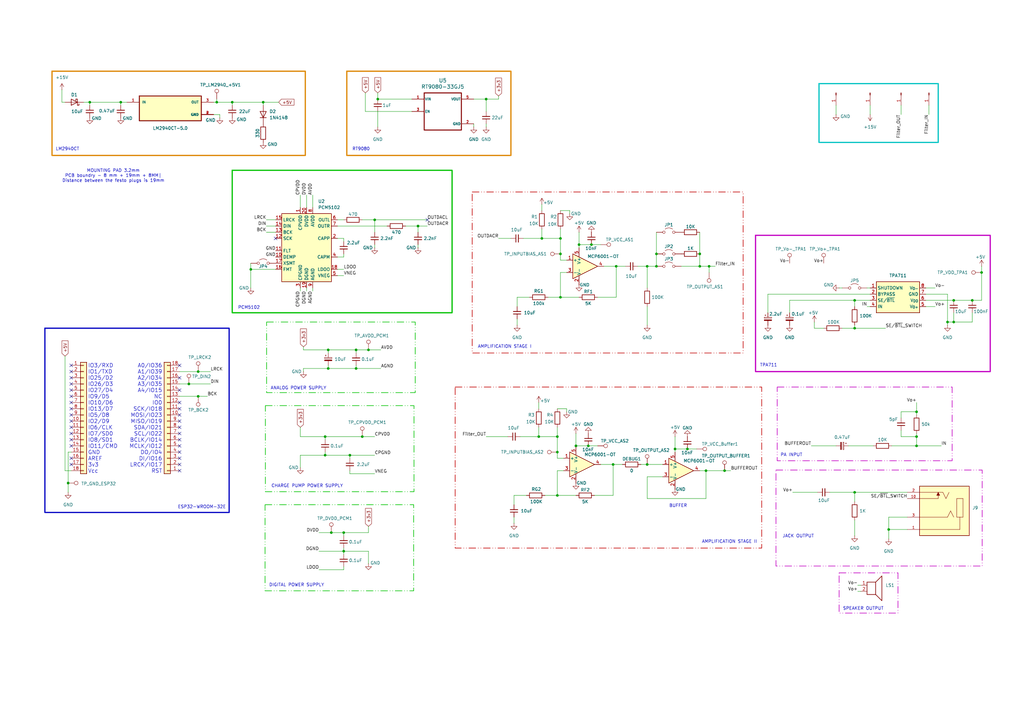
<source format=kicad_sch>
(kicad_sch (version 20250114) (generator "eeschema") (generator_version "9.0")
  (paper "A3")
  (rectangle (start 109.347 132.08) (end 170.307 161.036) (stroke (width 0.254) (type dash_dot_dot) (color 0 194 0 1)))
  (rectangle (start 108.839 166.37) (end 169.799 201.676) (stroke (width 0.254) (type dash_dot_dot) (color 0 194 0 1)))
  (rectangle (start 21.336 29.21) (end 125.222 63.754) (stroke (width 0.5) (color 221 133 0 1)))
  (rectangle (start 142.24 29.21) (end 209.55 63.754) (stroke (width 0.5) (color 221 133 0 1)))
  (rectangle (start 108.712 207.01) (end 169.672 242.316) (stroke (width 0.254) (type dash_dot_dot) (color 0 194 0 1)))
  (rectangle (start 18.415 134.62) (end 93.98 210.185) (stroke (width 0.5)))
  (rectangle (start 335.915 34.29) (end 384.81 58.42) (stroke (width 0.5) (color 0 194 194 1)))
  (rectangle (start 344.17 234.95) (end 368.3 251.46) (stroke (width 0.254) (type dash_dot_dot) (color 194 0 194 1)))
  (rectangle (start 318.77 158.75) (end 390.525 188.976) (stroke (width 0.254) (type dash_dot_dot) (color 194 0 194 1)))
  (rectangle (start 186.69 158.75) (end 312.42 224.79) (stroke (width 0.254) (type dash_dot_dot) (color 194 0 0 1)))
  (rectangle (start 95.25 69.85) (end 185.42 128.27) (stroke (width 0.5) (color 0 194 0 1)))
  (rectangle (start 193.675 78.74) (end 304.8 144.78) (stroke (width 0.254) (type dash_dot_dot) (color 194 0 0 1)))
  (rectangle (start 309.88 96.52) (end 406.146 152.4) (stroke (width 0.5) (color 194 0 194 1)))
  (rectangle (start 318.262 192.786) (end 402.844 232.156) (stroke (width 0.254) (type dash_dot_dot) (color 194 0 194 1)))
  (text "PCM5102" (at 102.108 126.238 0) (effects (font (size 1.27 1.27))))
  (text "CHARGE PUMP POWER SUPPLY\n" (at 125.984 199.39 0) (effects (font (size 1.27 1.27))))
  (text "PA INPUT\n\n" (at 324.612 187.706 0) (effects (font (size 1.27 1.27))))
  (text "Bachelorarbeit TODO:\n\n- Bypassing switch from FilterIN to FilterOUT\n- Research wave generation on ESP32\n- Consider enclosing the board\n- Add trace from P2 to P3 on the jack for Mono Audio\n- Research about study groups\n- Add another LDO\n- Consider reworking the layout:\n	- Change test pads\n	- Rework Supply Trace \n	- Swap filter IN and OUT\n	- Remove some jumpers" (at -114.046 27.686 0) (effects (font (size 2.54 2.54) (thickness 0.508) (bold yes)) (justify left)))
  (text "LM2940CT" (at 27.686 61.214 0) (effects (font (size 1.27 1.27))))
  (text "TPA711\n" (at 315.214 149.86 0) (effects (font (size 1.27 1.27))))
  (text "AMPLIFICATION STAGE II\n\n" (at 299.212 223.266 0) (effects (font (size 1.27 1.27))))
  (text "ESP32-WROOM-32E" (at 82.804 208.026 0) (effects (font (size 1.27 1.27))))
  (text "MOUNTING PAD 3.2mm\nPCB boundry - 8 mm + 19mm + 8MM|\nDistance between the festo plugs is 19mm\n" (at 46.482 72.136 0) (effects (font (size 1.27 1.27))))
  (text "SPEAKER OUTPUT" (at 354.076 249.682 0) (effects (font (size 1.27 1.27))))
  (text "A0/IO36\nA1/IO39\nA2/IO34\nA3/IO35\nA4/IO15\nNC\nIO0\nSCK/IO18\nMOSI/IO23\nMISO/IO19\nSDA/IO21\nSCL/IO22\nBCLK/IO14\nMCLK/IO12\nDO/IO4\nDI/IO16\nLRCK/IO17\nRST" (at 66.548 171.704 0) (effects (font (size 1.58 1.58)) (justify right)))
  (text "JACK OUTPUT" (at 327.406 219.964 0) (effects (font (size 1.27 1.27))))
  (text "RT9080" (at 148.082 61.214 0) (effects (font (size 1.27 1.27))))
  (text "ANALOG POWER SUPPLY\n" (at 122.428 159.258 0) (effects (font (size 1.27 1.27))))
  (text "IO3/RXD\nIO1/TXD\nIO25/D2\nIO26/D3\nIO27/D4\nIO9/D5\nIO10/D6\nIO13/D7	\nIO5/D8\nIO2/D9\nIO6/CLK\nIO7/SD0\nIO8/SD1\nIO11/CMD\nGND\nAREF\n3v3\nVcc\n\n" (at 36.068 172.974 0) (effects (font (size 1.58 1.58)) (justify left)))
  (text "BUFFER\n" (at 278.13 207.518 0) (effects (font (size 1.27 1.27))))
  (text "DIGITAL POWER SUPPLY\n" (at 121.666 240.03 0) (effects (font (size 1.27 1.27))))
  (text "AMPLIFICATION STAGE I" (at 207.01 142.24 0) (effects (font (size 1.27 1.27))))
  (junction (at 350.52 123.19))
  (junction (at 146.05 151.13))
  (junction (at 143.51 186.69))
  (junction (at 220.98 179.07))
  (junction (at 229.87 121.92))
  (junction (at 95.25 41.91))
  (junction (at 375.92 168.91))
  (junction (at 252.73 109.22))
  (junction (at 228.6 179.07))
  (junction (at 135.89 218.44))
  (junction (at 237.49 100.33))
  (junction (at 134.62 151.13))
  (junction (at 199.39 40.64))
  (junction (at 289.56 193.04))
  (junction (at 77.47 157.48))
  (junction (at 153.67 90.17))
  (junction (at 236.22 182.88))
  (junction (at 364.49 217.17))
  (junction (at 88.9 41.91))
  (junction (at 388.62 132.08))
  (junction (at 265.43 109.22))
  (junction (at 140.97 218.44))
  (junction (at 269.24 109.22))
  (junction (at 391.16 132.08))
  (junction (at 290.83 109.22))
  (junction (at 27.94 198.12))
  (junction (at 287.02 104.14))
  (junction (at 228.6 203.2))
  (junction (at 154.94 40.64))
  (junction (at 133.35 179.07))
  (junction (at 81.28 162.56))
  (junction (at 269.24 104.14))
  (junction (at 151.13 143.51))
  (junction (at 265.43 190.5))
  (junction (at 276.86 184.15))
  (junction (at 36.83 41.91))
  (junction (at 146.05 143.51))
  (junction (at 350.52 201.93))
  (junction (at 242.57 100.33))
  (junction (at 140.97 226.06))
  (junction (at 251.46 190.5))
  (junction (at 134.62 143.51))
  (junction (at 81.28 152.4))
  (junction (at 375.92 182.88))
  (junction (at 229.87 97.79))
  (junction (at 102.87 110.49))
  (junction (at 297.18 193.04))
  (junction (at 171.45 92.71))
  (junction (at 281.94 184.15))
  (junction (at 49.53 41.91))
  (junction (at 229.87 104.14))
  (junction (at 402.59 111.76))
  (junction (at 391.16 123.19))
  (junction (at 107.95 41.91))
  (junction (at 133.35 186.69))
  (junction (at 287.02 109.22))
  (junction (at 228.6 185.42))
  (junction (at 350.52 134.62))
  (junction (at 222.25 97.79))
  (junction (at 241.3 182.88))
  (junction (at 375.92 179.07))
  (junction (at 398.78 123.19))
  (junction (at 148.59 179.07))
  (no_connect (at 29.21 165.1))
  (no_connect (at 29.21 182.88))
  (no_connect (at 73.66 193.04))
  (no_connect (at 29.21 149.86))
  (no_connect (at 73.66 190.5))
  (no_connect (at 73.66 175.26))
  (no_connect (at 29.21 167.64))
  (no_connect (at 175.26 90.17))
  (no_connect (at 73.66 172.72))
  (no_connect (at 73.66 149.86))
  (no_connect (at 73.66 177.8))
  (no_connect (at 29.21 160.02))
  (no_connect (at 73.66 165.1))
  (no_connect (at 29.21 170.18))
  (no_connect (at 73.66 167.64))
  (no_connect (at 29.21 154.94))
  (no_connect (at 29.21 187.96))
  (no_connect (at 29.21 157.48))
  (no_connect (at 73.66 170.18))
  (no_connect (at 29.21 152.4))
  (no_connect (at 29.21 175.26))
  (no_connect (at 73.66 160.02))
  (no_connect (at 73.66 187.96))
  (no_connect (at 29.21 177.8))
  (no_connect (at 73.66 182.88))
  (no_connect (at 73.66 185.42))
  (no_connect (at 113.03 97.79))
  (no_connect (at 73.66 180.34))
  (no_connect (at 29.21 190.5))
  (no_connect (at 29.21 172.72))
  (no_connect (at 29.21 162.56))
  (no_connect (at 29.21 180.34))
  (no_connect (at 73.66 154.94))
  (wire (pts (xy 138.43 110.49) (xy 140.97 110.49)))
  (wire (pts (xy 351.79 240.03) (xy 353.06 240.03)))
  (wire (pts (xy 228.6 179.07) (xy 220.98 179.07)))
  (wire (pts (xy 375.92 179.07) (xy 375.92 182.88)))
  (wire (pts (xy 233.68 86.36) (xy 233.68 87.63)))
  (wire (pts (xy 130.81 233.68) (xy 140.97 233.68)))
  (wire (pts (xy 109.22 92.71) (xy 113.03 92.71)))
  (wire (pts (xy 269.24 95.25) (xy 269.24 104.14)))
  (wire (pts (xy 128.27 118.11) (xy 128.27 119.38)))
  (wire (pts (xy 402.59 111.76) (xy 402.59 123.19)))
  (wire (pts (xy 236.22 177.8) (xy 236.22 182.88)))
  (wire (pts (xy 350.52 134.62) (xy 363.22 134.62)))
  (wire (pts (xy 123.19 175.26) (xy 123.19 179.07)))
  (wire (pts (xy 314.96 128.27) (xy 314.96 120.65)))
  (wire (pts (xy 125.73 118.11) (xy 125.73 119.38)))
  (wire (pts (xy 281.94 184.15) (xy 276.86 184.15)))
  (wire (pts (xy 220.98 165.1) (xy 220.98 167.64)))
  (wire (pts (xy 245.11 121.92) (xy 252.73 121.92)))
  (wire (pts (xy 350.52 201.93) (xy 350.52 205.74)))
  (wire (pts (xy 379.73 123.19) (xy 391.16 123.19)))
  (wire (pts (xy 140.97 227.33) (xy 140.97 226.06)))
  (wire (pts (xy 388.62 120.65) (xy 379.73 120.65)))
  (wire (pts (xy 204.47 97.79) (xy 209.55 97.79)))
  (wire (pts (xy 49.53 41.91) (xy 52.07 41.91)))
  (wire (pts (xy 140.97 224.79) (xy 140.97 226.06)))
  (wire (pts (xy 148.59 179.07) (xy 153.67 179.07)))
  (wire (pts (xy 194.31 50.8) (xy 194.31 52.07)))
  (wire (pts (xy 350.52 201.93) (xy 372.11 201.93)))
  (wire (pts (xy 229.87 111.76) (xy 232.41 111.76)))
  (wire (pts (xy 334.01 132.08) (xy 334.01 134.62)))
  (wire (pts (xy 124.46 151.13) (xy 134.62 151.13)))
  (wire (pts (xy 123.19 118.11) (xy 123.19 119.38)))
  (wire (pts (xy 134.62 151.13) (xy 146.05 151.13)))
  (wire (pts (xy 229.87 97.79) (xy 222.25 97.79)))
  (wire (pts (xy 138.43 113.03) (xy 140.97 113.03)))
  (wire (pts (xy 90.17 46.99) (xy 90.17 48.26)))
  (wire (pts (xy 199.39 50.8) (xy 199.39 52.07)))
  (wire (pts (xy 261.62 109.22) (xy 265.43 109.22)))
  (wire (pts (xy 128.27 80.01) (xy 128.27 85.09)))
  (wire (pts (xy 242.57 100.33) (xy 246.38 100.33)))
  (wire (pts (xy 102.87 107.95) (xy 102.87 110.49)))
  (wire (pts (xy 27.94 185.42) (xy 27.94 198.12)))
  (wire (pts (xy 210.82 203.2) (xy 215.9 203.2)))
  (wire (pts (xy 391.16 123.19) (xy 398.78 123.19)))
  (wire (pts (xy 398.78 128.27) (xy 398.78 132.08)))
  (wire (pts (xy 135.89 218.44) (xy 140.97 218.44)))
  (wire (pts (xy 140.97 104.14) (xy 140.97 105.41)))
  (wire (pts (xy 229.87 93.98) (xy 229.87 97.79)))
  (wire (pts (xy 29.21 185.42) (xy 27.94 185.42)))
  (wire (pts (xy 355.6 118.11) (xy 356.87 118.11)))
  (wire (pts (xy 130.81 226.06) (xy 140.97 226.06)))
  (wire (pts (xy 375.92 177.8) (xy 375.92 179.07)))
  (wire (pts (xy 237.49 95.25) (xy 237.49 100.33)))
  (wire (pts (xy 229.87 97.79) (xy 229.87 104.14)))
  (wire (pts (xy 375.92 168.91) (xy 369.57 168.91)))
  (wire (pts (xy 133.35 186.69) (xy 143.51 186.69)))
  (wire (pts (xy 355.6 125.73) (xy 356.87 125.73)))
  (wire (pts (xy 388.62 132.08) (xy 388.62 133.35)))
  (wire (pts (xy 290.83 111.76) (xy 290.83 109.22)))
  (wire (pts (xy 124.46 143.51) (xy 134.62 143.51)))
  (wire (pts (xy 369.57 176.53) (xy 369.57 179.07)))
  (wire (pts (xy 123.19 186.69) (xy 123.19 191.77)))
  (wire (pts (xy 212.09 121.92) (xy 217.17 121.92)))
  (wire (pts (xy 171.45 100.33) (xy 171.45 101.6)))
  (wire (pts (xy 241.3 182.88) (xy 236.22 182.88)))
  (wire (pts (xy 243.84 203.2) (xy 251.46 203.2)))
  (wire (pts (xy 391.16 128.27) (xy 391.16 132.08)))
  (wire (pts (xy 369.57 43.18) (xy 369.57 46.99)))
  (wire (pts (xy 276.86 184.15) (xy 276.86 185.42)))
  (wire (pts (xy 149.86 45.72) (xy 168.91 45.72)))
  (wire (pts (xy 223.52 203.2) (xy 228.6 203.2)))
  (wire (pts (xy 25.4 41.91) (xy 26.67 41.91)))
  (wire (pts (xy 276.86 179.07) (xy 276.86 184.15)))
  (wire (pts (xy 199.39 179.07) (xy 208.28 179.07)))
  (wire (pts (xy 133.35 185.42) (xy 133.35 186.69)))
  (wire (pts (xy 265.43 195.58) (xy 271.78 195.58)))
  (wire (pts (xy 347.98 182.88) (xy 358.14 182.88)))
  (wire (pts (xy 134.62 143.51) (xy 134.62 144.78)))
  (wire (pts (xy 107.95 41.91) (xy 114.3 41.91)))
  (wire (pts (xy 166.37 92.71) (xy 171.45 92.71)))
  (wire (pts (xy 194.31 40.64) (xy 199.39 40.64)))
  (wire (pts (xy 224.79 121.92) (xy 229.87 121.92)))
  (wire (pts (xy 95.25 41.91) (xy 95.25 43.18)))
  (wire (pts (xy 251.46 190.5) (xy 251.46 203.2)))
  (wire (pts (xy 36.83 41.91) (xy 49.53 41.91)))
  (wire (pts (xy 109.22 95.25) (xy 113.03 95.25)))
  (wire (pts (xy 151.13 226.06) (xy 151.13 231.14)))
  (wire (pts (xy 262.89 190.5) (xy 265.43 190.5)))
  (wire (pts (xy 228.6 167.64) (xy 232.41 167.64)))
  (wire (pts (xy 123.19 186.69) (xy 133.35 186.69)))
  (wire (pts (xy 252.73 109.22) (xy 256.54 109.22)))
  (wire (pts (xy 350.52 134.62) (xy 350.52 133.35)))
  (wire (pts (xy 123.19 179.07) (xy 133.35 179.07)))
  (wire (pts (xy 379.73 125.73) (xy 383.54 125.73)))
  (wire (pts (xy 124.46 151.13) (xy 124.46 152.4)))
  (wire (pts (xy 289.56 193.04) (xy 289.56 204.47)))
  (wire (pts (xy 204.47 39.37) (xy 204.47 40.64)))
  (wire (pts (xy 398.78 132.08) (xy 391.16 132.08)))
  (wire (pts (xy 237.49 100.33) (xy 237.49 101.6)))
  (wire (pts (xy 130.81 218.44) (xy 135.89 218.44)))
  (wire (pts (xy 125.73 80.01) (xy 125.73 85.09)))
  (wire (pts (xy 251.46 190.5) (xy 255.27 190.5)))
  (wire (pts (xy 375.92 182.88) (xy 386.08 182.88)))
  (wire (pts (xy 297.18 193.04) (xy 299.72 193.04)))
  (wire (pts (xy 213.36 179.07) (xy 220.98 179.07)))
  (wire (pts (xy 314.96 120.65) (xy 356.87 120.65)))
  (wire (pts (xy 143.51 186.69) (xy 153.67 186.69)))
  (wire (pts (xy 143.51 186.69) (xy 143.51 187.96)))
  (wire (pts (xy 332.74 182.88) (xy 342.9 182.88)))
  (wire (pts (xy 154.94 40.64) (xy 168.91 40.64)))
  (wire (pts (xy 154.94 38.1) (xy 154.94 40.64)))
  (wire (pts (xy 228.6 193.04) (xy 231.14 193.04)))
  (wire (pts (xy 342.9 43.18) (xy 342.9 46.99)))
  (wire (pts (xy 102.87 110.49) (xy 113.03 110.49)))
  (wire (pts (xy 151.13 143.51) (xy 156.21 143.51)))
  (wire (pts (xy 287.02 104.14) (xy 287.02 109.22)))
  (wire (pts (xy 88.9 40.64) (xy 88.9 41.91)))
  (wire (pts (xy 140.97 219.71) (xy 140.97 218.44)))
  (wire (pts (xy 388.62 120.65) (xy 388.62 132.08)))
  (wire (pts (xy 148.59 90.17) (xy 153.67 90.17)))
  (wire (pts (xy 87.63 46.99) (xy 90.17 46.99)))
  (wire (pts (xy 391.16 132.08) (xy 388.62 132.08)))
  (wire (pts (xy 154.94 45.72) (xy 154.94 52.07)))
  (wire (pts (xy 26.67 146.05) (xy 26.67 193.04)))
  (wire (pts (xy 95.25 41.91) (xy 107.95 41.91)))
  (wire (pts (xy 228.6 185.42) (xy 228.6 187.96)))
  (wire (pts (xy 265.43 125.73) (xy 265.43 133.35)))
  (wire (pts (xy 124.46 143.51) (xy 124.46 142.24)))
  (wire (pts (xy 323.85 123.19) (xy 350.52 123.19)))
  (wire (pts (xy 290.83 109.22) (xy 293.37 109.22)))
  (wire (pts (xy 134.62 149.86) (xy 134.62 151.13)))
  (wire (pts (xy 369.57 168.91) (xy 369.57 171.45)))
  (wire (pts (xy 212.09 130.81) (xy 212.09 133.35)))
  (wire (pts (xy 81.28 162.56) (xy 85.09 162.56)))
  (wire (pts (xy 149.86 38.1) (xy 149.86 45.72)))
  (wire (pts (xy 77.47 157.48) (xy 86.36 157.48)))
  (wire (pts (xy 171.45 92.71) (xy 171.45 95.25)))
  (wire (pts (xy 140.97 97.79) (xy 140.97 99.06)))
  (wire (pts (xy 265.43 204.47) (xy 265.43 195.58)))
  (wire (pts (xy 287.02 193.04) (xy 289.56 193.04)))
  (wire (pts (xy 245.11 182.88) (xy 241.3 182.88)))
  (wire (pts (xy 265.43 109.22) (xy 269.24 109.22)))
  (wire (pts (xy 134.62 143.51) (xy 146.05 143.51)))
  (wire (pts (xy 228.6 175.26) (xy 228.6 179.07)))
  (wire (pts (xy 212.09 121.92) (xy 212.09 125.73)))
  (wire (pts (xy 109.22 90.17) (xy 113.03 90.17)))
  (wire (pts (xy 325.12 201.93) (xy 335.28 201.93)))
  (wire (pts (xy 199.39 45.72) (xy 199.39 40.64)))
  (wire (pts (xy 210.82 212.09) (xy 210.82 214.63)))
  (wire (pts (xy 73.66 162.56) (xy 81.28 162.56)))
  (wire (pts (xy 350.52 213.36) (xy 350.52 219.71)))
  (wire (pts (xy 138.43 90.17) (xy 140.97 90.17)))
  (wire (pts (xy 345.44 134.62) (xy 350.52 134.62)))
  (wire (pts (xy 123.19 80.01) (xy 123.19 85.09)))
  (wire (pts (xy 138.43 105.41) (xy 140.97 105.41)))
  (wire (pts (xy 364.49 220.98) (xy 364.49 217.17)))
  (wire (pts (xy 364.49 212.09) (xy 364.49 217.17)))
  (wire (pts (xy 228.6 193.04) (xy 228.6 203.2)))
  (wire (pts (xy 334.01 134.62) (xy 337.82 134.62)))
  (wire (pts (xy 375.92 168.91) (xy 375.92 170.18)))
  (wire (pts (xy 232.41 167.64) (xy 232.41 168.91)))
  (wire (pts (xy 232.41 106.68) (xy 229.87 106.68)))
  (wire (pts (xy 222.25 83.82) (xy 222.25 86.36)))
  (wire (pts (xy 143.51 194.31) (xy 153.67 194.31)))
  (wire (pts (xy 402.59 109.22) (xy 402.59 111.76)))
  (wire (pts (xy 228.6 203.2) (xy 236.22 203.2)))
  (wire (pts (xy 265.43 190.5) (xy 271.78 190.5)))
  (wire (pts (xy 140.97 233.68) (xy 140.97 232.41)))
  (wire (pts (xy 102.87 118.11) (xy 102.87 110.49)))
  (wire (pts (xy 356.87 123.19) (xy 350.52 123.19)))
  (wire (pts (xy 151.13 218.44) (xy 151.13 215.9)))
  (wire (pts (xy 140.97 226.06) (xy 151.13 226.06)))
  (wire (pts (xy 398.78 123.19) (xy 402.59 123.19)))
  (wire (pts (xy 365.76 182.88) (xy 375.92 182.88)))
  (wire (pts (xy 36.83 41.91) (xy 36.83 43.18)))
  (wire (pts (xy 138.43 97.79) (xy 140.97 97.79)))
  (wire (pts (xy 29.21 193.04) (xy 26.67 193.04)))
  (wire (pts (xy 153.67 90.17) (xy 153.67 95.25)))
  (wire (pts (xy 344.17 118.11) (xy 345.44 118.11)))
  (wire (pts (xy 87.63 41.91) (xy 88.9 41.91)))
  (wire (pts (xy 138.43 92.71) (xy 158.75 92.71)))
  (wire (pts (xy 379.73 118.11) (xy 383.54 118.11)))
  (wire (pts (xy 375.92 179.07) (xy 369.57 179.07)))
  (wire (pts (xy 153.67 90.17) (xy 175.26 90.17)))
  (wire (pts (xy 287.02 109.22) (xy 290.83 109.22)))
  (wire (pts (xy 229.87 104.14) (xy 229.87 106.68)))
  (wire (pts (xy 210.82 203.2) (xy 210.82 207.01)))
  (wire (pts (xy 199.39 40.64) (xy 204.47 40.64)))
  (wire (pts (xy 242.57 100.33) (xy 237.49 100.33)))
  (wire (pts (xy 289.56 204.47) (xy 265.43 204.47)))
  (wire (pts (xy 222.25 93.98) (xy 222.25 97.79)))
  (wire (pts (xy 364.49 217.17) (xy 372.11 217.17)))
  (wire (pts (xy 269.24 104.14) (xy 269.24 109.22)))
  (wire (pts (xy 229.87 121.92) (xy 237.49 121.92)))
  (wire (pts (xy 146.05 149.86) (xy 146.05 151.13)))
  (wire (pts (xy 252.73 109.22) (xy 252.73 121.92)))
  (wire (pts (xy 372.11 212.09) (xy 364.49 212.09)))
  (wire (pts (xy 146.05 143.51) (xy 146.05 144.78)))
  (wire (pts (xy 143.51 193.04) (xy 143.51 194.31)))
  (wire (pts (xy 153.67 101.6) (xy 153.67 100.33)))
  (wire (pts (xy 287.02 95.25) (xy 287.02 104.14)))
  (wire (pts (xy 289.56 193.04) (xy 297.18 193.04)))
  (wire (pts (xy 220.98 175.26) (xy 220.98 179.07)))
  (wire (pts (xy 229.87 111.76) (xy 229.87 121.92)))
  (wire (pts (xy 133.35 179.07) (xy 133.35 180.34)))
  (wire (pts (xy 81.28 152.4) (xy 86.36 152.4)))
  (wire (pts (xy 171.45 92.71) (xy 175.26 92.71)))
  (wire (pts (xy 356.87 43.18) (xy 356.87 46.99)))
  (wire (pts (xy 27.94 198.12) (xy 27.94 201.93)))
  (wire (pts (xy 323.85 123.19) (xy 323.85 128.27)))
  (wire (pts (xy 34.29 41.91) (xy 36.83 41.91)))
  (wire (pts (xy 107.95 43.18) (xy 107.95 41.91)))
  (wire (pts (xy 247.65 109.22) (xy 252.73 109.22)))
  (wire (pts (xy 25.4 36.83) (xy 25.4 41.91)))
  (wire (pts (xy 279.4 109.22) (xy 287.02 109.22)))
  (wire (pts (xy 146.05 143.51) (xy 151.13 143.51)))
  (wire (pts (xy 214.63 97.79) (xy 222.25 97.79)))
  (wire (pts (xy 73.66 152.4) (xy 81.28 152.4)))
  (wire (pts (xy 350.52 123.19) (xy 350.52 125.73)))
  (wire (pts (xy 265.43 109.22) (xy 265.43 118.11)))
  (wire (pts (xy 73.66 157.48) (xy 77.47 157.48)))
  (wire (pts (xy 375.92 165.1) (xy 375.92 168.91)))
  (wire (pts (xy 281.94 184.15) (xy 285.75 184.15)))
  (wire (pts (xy 146.05 151.13) (xy 156.21 151.13)))
  (wire (pts (xy 88.9 41.91) (xy 95.25 41.91)))
  (wire (pts (xy 340.36 201.93) (xy 350.52 201.93)))
  (wire (pts (xy 351.79 242.57) (xy 353.06 242.57)))
  (wire (pts (xy 229.87 86.36) (xy 233.68 86.36)))
  (wire (pts (xy 140.97 218.44) (xy 151.13 218.44)))
  (wire (pts (xy 228.6 179.07) (xy 228.6 185.42)))
  (wire (pts (xy 133.35 179.07) (xy 148.59 179.07)))
  (wire (pts (xy 381 43.18) (xy 381 46.99)))
  (wire (pts (xy 246.38 190.5) (xy 251.46 190.5)))
  (wire (pts (xy 231.14 187.96) (xy 228.6 187.96)))
  (wire (pts (xy 49.53 41.91) (xy 49.53 43.18)))
  (label "CPGND" (at 153.67 186.69 0))
  (label "VNEG" (at 140.97 113.03 0))
  (label "BUFFEROUT" (at 299.72 193.04 0))
  (label "AGND" (at 156.21 151.13 0))
  (label "Vo+" (at 375.92 165.1 180))
  (label "DVDD" (at 130.81 218.44 180))
  (label "OUTDACR" (at 175.26 92.71 0))
  (label "CPVDD" (at 123.19 80.01 90))
  (label "Filter_IN" (at 381 46.99 270))
  (label "IN" (at 386.08 182.88 0))
  (label "Vo-" (at 383.54 118.11 0))
  (label "Vo+" (at 351.79 242.57 180))
  (label "BCK" (at 85.09 162.56 0))
  (label "DGND" (at 130.81 226.06 180))
  (label "Vo+" (at 325.12 201.93 180))
  (label "DGND" (at 125.73 119.38 270))
  (label "Filter_OUT" (at 199.39 179.07 180))
  (label "VNEG" (at 153.67 194.31 0))
  (label "AVDD" (at 128.27 80.01 90))
  (label "LRCK" (at 86.36 152.4 0))
  (label "AVDD" (at 156.21 143.51 0))
  (label "Vo-" (at 351.79 240.03 180))
  (label "GND" (at 113.03 102.87 180))
  (label "SE{slash}~{BTL}_SWITCH" (at 363.22 134.62 0))
  (label "CPGND" (at 123.19 119.38 270))
  (label "DVDD" (at 125.73 80.01 90))
  (label "LRCK" (at 109.22 90.17 180))
  (label "DIN" (at 86.36 157.48 0))
  (label "Filter_OUT" (at 369.57 46.99 270))
  (label "LDOO" (at 140.97 110.49 0))
  (label "DIN" (at 109.22 92.71 180))
  (label "LDOO" (at 130.81 233.68 180))
  (label "CPVDD" (at 153.67 179.07 0))
  (label "Vo+" (at 383.54 125.73 0))
  (label "AGND" (at 128.27 119.38 270))
  (label "OUTDACL" (at 175.26 90.17 0))
  (label "SE{slash}~{BTL}_SWITCH" (at 372.11 204.47 180))
  (label "IN" (at 355.6 125.73 180))
  (label "BCK" (at 109.22 95.25 180))
  (label "Filter_IN" (at 293.37 109.22 0))
  (label "GND" (at 113.03 105.41 180))
  (label "BUFFEROUT" (at 332.74 182.88 180))
  (label "Vo+" (at 337.82 107.95 180))
  (label "OUTDACR" (at 204.47 97.79 180))
  (label "Vo-" (at 323.85 107.95 180))
  (global_label "+5V" (shape input) (at 149.86 38.1 90) (property "Intersheetrefs" "${INTERSHEET_REFS}" (effects (hide yes))))
  (global_label "+5V" (shape input) (at 154.94 38.1 90) (property "Intersheetrefs" "${INTERSHEET_REFS}" (effects (hide yes))))
  (global_label "+5V" (shape input) (at 26.67 146.05 90) (property "Intersheetrefs" "${INTERSHEET_REFS}" (effects (hide yes))))
  (global_label "+3v3" (shape input) (at 204.47 39.37 90) (property "Intersheetrefs" "${INTERSHEET_REFS}" (effects (hide yes))))
  (global_label "+3v3" (shape input) (at 151.13 215.9 90) (property "Intersheetrefs" "${INTERSHEET_REFS}" (effects (hide yes))))
  (global_label "+3v3" (shape input) (at 124.46 142.24 90) (property "Intersheetrefs" "${INTERSHEET_REFS}" (effects (hide yes))))
  (global_label "+5V" (shape input) (at 114.3 41.91 0) (property "Intersheetrefs" "${INTERSHEET_REFS}" (effects (hide yes))))
  (global_label "+3v3" (shape input) (at 123.19 175.26 90) (property "Intersheetrefs" "${INTERSHEET_REFS}" (effects (hide yes))))
  (symbol (lib_id "Connector:TestPoint") (at 265.43 190.5 0) (unit 1)
    (property "Reference" "TP_OUTPUT_AS2" (at 259.588 184.658 0) (effects (justify left)))
    (property "Value" "TestPoint" (effects (hide yes)))
    (property "Footprint" "TestPoint:TestPoint_Pad_1.5x1.5mm" (effects (hide yes)))
    (property "Description" "test point" (effects (hide yes)))
    (property "OC_Mouser" "X" (effects (hide yes)))
  )
  (symbol (lib_id "Device:R") (at 341.63 134.62 270) (unit 1)
    (property "Reference" "R12" (effects (hide yes)))
    (property "Value" "100K" (at 341.884 132.08 90))
    (property "Footprint" "Resistor_SMD:R_0805_2012Metric_Pad1.20x1.40mm_HandSolder" (effects (hide yes)))
    (property "Description" "Resistor" (effects (hide yes)))
    (property "OC_Mouser" "603-RT0805BRE07100KL" (effects (hide yes)))
    (property "Double Checked" "x" (effects (hide yes)))
  )
  (symbol (lib_id "Connector:TestPoint") (at 81.28 162.56 180) (unit 1)
    (property "Reference" "TP_BCK2" (at 85.598 168.148 0) (effects (justify left)))
    (property "Value" "TestPoint" (effects (hide yes)))
    (property "Footprint" "TestPoint:TestPoint_Pad_1.5x1.5mm" (effects (hide yes)))
    (property "Description" "test point" (effects (hide yes)))
    (property "OC_Mouser" "X" (effects (hide yes)))
  )
  (symbol (lib_id "Device:R") (at 241.3 121.92 90) (unit 1)
    (property "Reference" "RF1" (at 241.3 119.634 90))
    (property "Value" "5K" (at 241.3 124.46 90))
    (property "Footprint" "Resistor_SMD:R_0805_2012Metric_Pad1.20x1.40mm_HandSolder" (effects (hide yes)))
    (property "Description" "Resistor" (effects (hide yes)))
    (property "OC_Mouser" "71-RCA08055K10FKEA" (effects (hide yes)))
  )
  (symbol (lib_name "MCP6001-OT_1") (lib_id "Amplifier_Operational:MCP6001-OT") (at 279.4 193.04 0) (unit 1)
    (property "Reference" "U3" (effects (hide yes)))
    (property "Value" "MCP6001-OT" (at 286.766 188.976 0))
    (property "Footprint" "MCP6001UT:SOT95P270X145-5N" (effects (hide yes)))
    (property "Datasheet" "https://ww1.microchip.com/downloads/en/DeviceDoc/MCP6001-1R-1U-2-4-1-MHz-Low-Power-Op-Amp-DS20001733L.pdf" (effects (hide yes)))
    (property "Description" "1MHz, Low-Power Op Amp, SOT-23-5" (effects (hide yes)))
    (property "OC_Mouser" "579-MCP6001UT-I/OT" (effects (hide yes)))
    (property "Double Checked" "x" (effects (hide yes)))
  )
  (symbol (lib_id "Device:C_Small") (at 241.3 180.34 0) (unit 1)
    (property "Reference" "C_COUPLING_AMPSTAGE3" (effects (hide yes)))
    (property "Value" "10nF" (at 238.76 184.404 0) (effects (justify left)))
    (property "Footprint" "Capacitor_SMD:C_1206_3216Metric_Pad1.33x1.80mm_HandSolder" (effects (hide yes)))
    (property "Description" "Unpolarized capacitor, small symbol" (effects (hide yes)))
    (property "OC_Mouser" "581-KGM31GCG2J103JU" (effects (hide yes)))
    (property "Double Checked" "x" (effects (hide yes)))
  )
  (symbol (lib_id "Connector:TestPoint") (at 148.59 179.07 0) (unit 1)
    (property "Reference" "TP_CPVDD_PCM1" (at 142.748 173.228 0) (effects (justify left)))
    (property "Value" "TestPoint" (effects (hide yes)))
    (property "Footprint" "TestPoint:TestPoint_Pad_1.5x1.5mm" (effects (hide yes)))
    (property "Description" "test point" (effects (hide yes)))
    (property "OC_Mouser" "X" (effects (hide yes)))
  )
  (symbol (lib_id "Device:C_Polarized_Small") (at 323.85 130.81 0) (unit 1)
    (property "Reference" "C_SE/BTL_TPA1" (effects (hide yes)))
    (property "Value" "0.1uF" (at 324.612 128.778 0) (effects (justify left)))
    (property "Footprint" "Capacitor_SMD:C_1206_3216Metric_Pad1.33x1.80mm_HandSolder" (effects (hide yes)))
    (property "Description" "Polarized capacitor, small symbol" (effects (hide yes)))
    (property "OC_Mouser" "581-KAF31BR71H104KT" (effects (hide yes)))
    (property "Comments" "0.1uF = 100nF" (effects (hide yes)))
    (property "Double Checked" "x" (effects (hide yes)))
  )
  (symbol (lib_id "Device:R") (at 240.03 203.2 90) (unit 1)
    (property "Reference" "RF2" (at 240.03 200.914 90))
    (property "Value" "5K" (at 240.03 205.74 90))
    (property "Footprint" "Resistor_SMD:R_0805_2012Metric_Pad1.20x1.40mm_HandSolder" (effects (hide yes)))
    (property "Description" "Resistor" (effects (hide yes)))
    (property "OC_Mouser" "71-RCA08055K10FKEA" (effects (hide yes)))
  )
  (symbol (lib_id "Connector:TestPoint") (at 81.28 152.4 0) (unit 1)
    (property "Reference" "TP_LRCK2" (at 77.216 146.558 0) (effects (justify left)))
    (property "Value" "TestPoint" (effects (hide yes)))
    (property "Footprint" "TestPoint:TestPoint_Pad_1.5x1.5mm" (effects (hide yes)))
    (property "Description" "test point" (effects (hide yes)))
    (property "OC_Mouser" "X" (effects (hide yes)))
  )
  (symbol (lib_name "RT9080-33GJ5_1") (lib_id "RT9080-33GJ5:RT9080-33GJ5") (at 160.02 43.18 0) (unit 1)
    (property "Reference" "U5" (at 181.61 33.02 0) (effects (font (size 1.524 1.524))))
    (property "Value" "RT9080-33GJ5" (at 181.61 35.56 0) (effects (font (size 1.524 1.524))))
    (property "Footprint" "RT9080-33GJ5:TSOT-23-5_RIT-L" (effects (hide yes)))
    (property "Datasheet" "RT9080-33GJ5" (effects (hide yes)))
    (property "OC_Mouser" "835-RT9080-33GJ5 " (effects (hide yes)))
  )
  (symbol (lib_id "Connector:Conn_01x01_Pin") (at 369.57 38.1 270) (unit 1)
    (property "Reference" "J6" (effects (hide yes)))
    (property "Value" "Conn_01x01_Pin" (effects (hide yes)))
    (property "Footprint" "TestPoint:FestoBoard_Drill_Hole" (effects (hide yes)))
    (property "Description" "Generic connector, single row, 01x01, script generated" (effects (hide yes)))
    (property "Comments" "Screws? Washers? Do we have to order?" (effects (hide yes)))
  )
  (symbol (lib_id "power:+15V") (at 356.87 46.99 180) (unit 1)
    (property "Reference" "#PWR039" (effects (hide yes)))
    (property "Value" "+15V" (at 356.87 52.07 0))
    (property "Description" "Power symbol creates a global label with name \"+15V\"" (effects (hide yes)))
  )
  (symbol (lib_id "Jumper:Jumper_2_Open") (at 274.32 109.22 0) (unit 1) (exclude_from_sim yes)
    (property "Reference" "JP3" (at 274.32 106.172 0))
    (property "Value" "Jumper_2_Open" (effects (hide yes)))
    (property "Footprint" "Jumper:SolderJumper-2_P1.3mm_Open_Pad1.0x1.5mm" (effects (hide yes)))
    (property "Description" "Jumper, 2-pole, open" (effects (hide yes)))
    (property "OC_Mouser" "X" (effects (hide yes)))
  )
  (symbol (lib_id "Device:R") (at 220.98 121.92 90) (unit 1)
    (property "Reference" "RG1" (at 220.98 119.38 90))
    (property "Value" "100k" (at 220.98 124.46 90))
    (property "Footprint" "Resistor_SMD:R_0805_2012Metric_Pad1.20x1.40mm_HandSolder" (effects (hide yes)))
    (property "Description" "Resistor" (effects (hide yes)))
    (property "OC_Mouser" "603-RT0805BRE07100KL" (effects (hide yes)))
    (property "Double Checked" "x" (effects (hide yes)))
  )
  (symbol (lib_id "power:GND") (at 199.39 52.07 0) (unit 1)
    (property "Reference" "#PWR042" (effects (hide yes)))
    (property "Value" "GND" (at 199.39 57.15 0))
    (property "Description" "Power symbol creates a global label with name \"GND\" , ground" (effects (hide yes)))
  )
  (symbol (lib_id "power:GND") (at 154.94 52.07 0) (unit 1)
    (property "Reference" "#PWR041" (effects (hide yes)))
    (property "Value" "GND" (at 154.94 57.15 0))
    (property "Description" "Power symbol creates a global label with name \"GND\" , ground" (effects (hide yes)))
  )
  (symbol (lib_id "Device:C_Small") (at 212.09 128.27 180) (unit 1)
    (property "Reference" "C_GND_AMPSTAGE1" (effects (hide yes)))
    (property "Value" "10uF" (at 219.71 128.27 0) (effects (justify left)))
    (property "Footprint" "Capacitor_SMD:C_1206_3216Metric_Pad1.33x1.80mm_HandSolder" (effects (hide yes)))
    (property "Description" "Unpolarized capacitor, small symbol" (effects (hide yes)))
    (property "OC_Mouser" "581-KAF31GR71C106KU" (effects (hide yes)))
    (property "Double Checked" "x" (effects (hide yes)))
  )
  (symbol (lib_id "power:GND") (at 241.3 177.8 180) (unit 1)
    (property "Reference" "#PWR036" (effects (hide yes)))
    (property "Value" "GND" (at 241.3 173.99 0))
    (property "Description" "Power symbol creates a global label with name \"GND\" , ground" (effects (hide yes)))
  )
  (symbol (lib_id "Connector:TestPoint") (at 246.38 100.33 270) (unit 1)
    (property "Reference" "TP_VCC_AS1" (at 248.412 98.298 90) (effects (justify left)))
    (property "Value" "TestPoint" (effects (hide yes)))
    (property "Footprint" "TestPoint:TestPoint_Pad_1.5x1.5mm" (effects (hide yes)))
    (property "Description" "test point" (effects (hide yes)))
    (property "OC_Mouser" "X" (effects (hide yes)))
  )
  (symbol (lib_id "Device:R") (at 350.52 209.55 0) (unit 1)
    (property "Reference" "R11" (effects (hide yes)))
    (property "Value" "1K" (at 353.822 209.55 0))
    (property "Footprint" "Resistor_SMD:R_0805_2012Metric_Pad1.20x1.40mm_HandSolder" (effects (hide yes)))
    (property "Description" "Resistor" (effects (hide yes)))
    (property "OC_Mouser" " 652-CR0805AFX1001EAS" (effects (hide yes)))
  )
  (symbol (lib_id "Connector:TestPoint") (at 151.13 143.51 0) (unit 1)
    (property "Reference" "TP_AVDD_PCM1" (at 145.288 137.668 0) (effects (justify left)))
    (property "Value" "TestPoint" (effects (hide yes)))
    (property "Footprint" "TestPoint:TestPoint_Pad_1.5x1.5mm" (effects (hide yes)))
    (property "Description" "test point" (effects (hide yes)))
    (property "OC_Mouser" "X" (effects (hide yes)))
  )
  (symbol (lib_id "Device:R") (at 283.21 95.25 270) (unit 1)
    (property "Reference" "R_COUPLING_AMPSTAGE2" (effects (hide yes)))
    (property "Value" "10K" (at 283.21 92.964 90))
    (property "Footprint" "Resistor_SMD:R_0805_2012Metric_Pad1.20x1.40mm_HandSolder" (effects (hide yes)))
    (property "Description" "Resistor" (effects (hide yes)))
    (property "OC_Mouser" "708-RNHT0805BTE10K0" (effects (hide yes)))
  )
  (symbol (lib_id "power:GND") (at 276.86 200.66 0) (unit 1)
    (property "Reference" "#PWR07" (effects (hide yes)))
    (property "Value" "GND" (at 279.146 200.66 0))
    (property "Description" "Power symbol creates a global label with name \"GND\" , ground" (effects (hide yes)))
  )
  (symbol (lib_id "Connector_Generic:Conn_01x18") (at 34.29 170.18 0) (unit 1)
    (property "Reference" "J2" (effects (hide yes)))
    (property "Value" "Conn_01x18" (effects (hide yes)))
    (property "Footprint" "Connector_PinSocket_2.54mm:PinSocket_1x18_P2.54mm_Vertical" (effects (hide yes)))
    (property "Description" "Generic connector, single row, 01x18, script generated (kicad-library-utils/schlib/autogen/connector/)" (effects (hide yes)))
    (property "Comments" "No idea" (effects (hide yes)))
  )
  (symbol (lib_id "Device:C_Small") (at 281.94 181.61 0) (unit 1)
    (property "Reference" "C_COUPLING_AMPSTAGE4" (effects (hide yes)))
    (property "Value" "10nF" (at 279.4 185.674 0) (effects (justify left)))
    (property "Footprint" "Capacitor_SMD:C_1206_3216Metric_Pad1.33x1.80mm_HandSolder" (effects (hide yes)))
    (property "Description" "Unpolarized capacitor, small symbol" (effects (hide yes)))
    (property "OC_Mouser" "581-KGM31GCG2J103JU" (effects (hide yes)))
    (property "Double Checked" "x" (effects (hide yes)))
  )
  (symbol (lib_id "Connector:TestPoint") (at 27.94 198.12 270) (unit 1)
    (property "Reference" "TP_GND_ESP32" (at 33.274 198.374 90) (effects (justify left)))
    (property "Value" "TestPoint" (effects (hide yes)))
    (property "Footprint" "TestPoint:TestPoint_Pad_1.5x1.5mm" (effects (hide yes)))
    (property "Description" "test point" (effects (hide yes)))
    (property "OC_Mouser" "X" (effects (hide yes)))
  )
  (symbol (lib_id "Device:C_Small") (at 199.39 48.26 180) (unit 1)
    (property "Reference" "C_INPUT_RT1" (effects (hide yes)))
    (property "Value" "22uF" (at 206.502 48.26 0) (effects (justify left)))
    (property "Footprint" "Capacitor_SMD:C_1206_3216Metric_Pad1.33x1.80mm_HandSolder" (effects (hide yes)))
    (property "Description" "Unpolarized capacitor, small symbol" (effects (hide yes)))
    (property "OC_Mouser" "81-GCM31CR70J226ME3L" (effects (hide yes)))
    (property "Double Checked" "x" (effects (hide yes)))
  )
  (symbol (lib_id "Connector_Generic:Conn_01x18") (at 68.58 172.72 180) (unit 1)
    (property "Reference" "J3" (effects (hide yes)))
    (property "Value" "Conn_01x18" (effects (hide yes)))
    (property "Footprint" "Connector_PinSocket_2.54mm:PinSocket_1x18_P2.54mm_Vertical" (effects (hide yes)))
    (property "Description" "Generic connector, single row, 01x18, script generated (kicad-library-utils/schlib/autogen/connector/)" (effects (hide yes)))
    (property "Comments" "No idea" (effects (hide yes)))
  )
  (symbol (lib_id "Connector:Conn_01x01_Pin") (at 356.87 38.1 270) (unit 1)
    (property "Reference" "J5" (effects (hide yes)))
    (property "Value" "Conn_01x01_Pin" (effects (hide yes)))
    (property "Footprint" "TestPoint:FestoBoard_Drill_Hole" (effects (hide yes)))
    (property "Description" "Generic connector, single row, 01x01, script generated" (effects (hide yes)))
    (property "Comments" "Screws? Washers? Do we have to order?" (effects (hide yes)))
  )
  (symbol (lib_id "Jumper:Jumper_2_Open") (at 350.52 118.11 0) (unit 1) (exclude_from_sim yes)
    (property "Reference" "JP5" (at 350.52 115.062 0))
    (property "Value" "Jumper_2_Open" (effects (hide yes)))
    (property "Footprint" "Jumper:SolderJumper-2_P1.3mm_Open_Pad1.0x1.5mm" (effects (hide yes)))
    (property "Description" "Jumper, 2-pole, open" (effects (hide yes)))
    (property "OC_Mouser" "X" (effects (hide yes)))
  )
  (symbol (lib_id "power:GND") (at 388.62 133.35 0) (unit 1)
    (property "Reference" "#PWR023" (effects (hide yes)))
    (property "Value" "GND" (at 388.62 138.43 0))
    (property "Description" "Power symbol creates a global label with name \"GND\" , ground" (effects (hide yes)))
  )
  (symbol (lib_id "power:+5V") (at 222.25 83.82 0) (unit 1)
    (property "Reference" "#PWR012" (effects (hide yes)))
    (property "Value" "+5V" (at 224.79 83.058 0))
    (property "Description" "Power symbol creates a global label with name \"+5V\"" (effects (hide yes)))
  )
  (symbol (lib_id "power:GND") (at 281.94 179.07 180) (unit 1)
    (property "Reference" "#PWR037" (effects (hide yes)))
    (property "Value" "GND" (at 281.94 175.514 0))
    (property "Description" "Power symbol creates a global label with name \"GND\" , ground" (effects (hide yes)))
  )
  (symbol (lib_id "Device:C_Small") (at 36.83 45.72 0) (unit 1)
    (property "Reference" "C_IN_+15V_1" (effects (hide yes)))
    (property "Value" "10uF" (at 29.21 45.72 0) (effects (justify left)))
    (property "Footprint" "Capacitor_SMD:C_1206_3216Metric_Pad1.33x1.80mm_HandSolder" (effects (hide yes)))
    (property "Description" "Unpolarized capacitor, small symbol" (effects (hide yes)))
    (property "OC_Mouser" "581-KAF31GR71C106KU" (effects (hide yes)))
    (property "Double Checked" "x" (effects (hide yes)))
  )
  (symbol (lib_id "power:+5V") (at 276.86 179.07 0) (unit 1)
    (property "Reference" "#PWR08" (effects (hide yes)))
    (property "Value" "+5V" (at 276.86 175.26 0))
    (property "Description" "Power symbol creates a global label with name \"+5V\"" (effects (hide yes)))
  )
  (symbol (lib_id "Jumper:Jumper_2_Open") (at 274.32 104.14 0) (unit 1) (exclude_from_sim yes)
    (property "Reference" "JP2" (at 274.32 101.092 0))
    (property "Value" "Jumper_2_Open" (effects (hide yes)))
    (property "Footprint" "Jumper:SolderJumper-2_P1.3mm_Open_Pad1.0x1.5mm" (effects (hide yes)))
    (property "Description" "Jumper, 2-pole, open" (effects (hide yes)))
    (property "OC_Mouser" "X" (effects (hide yes)))
  )
  (symbol (lib_id "Connector:Conn_01x01_Pin") (at 342.9 38.1 270) (unit 1)
    (property "Reference" "J4" (effects (hide yes)))
    (property "Value" "Conn_01x01_Pin" (effects (hide yes)))
    (property "Footprint" "TestPoint:FestoBoard_Drill_Hole" (effects (hide yes)))
    (property "Description" "Generic connector, single row, 01x01, script generated" (effects (hide yes)))
    (property "Comments" "Screws? Washers? Do we have to order?" (effects (hide yes)))
  )
  (symbol (lib_id "Jumper:Jumper_2_Open") (at 274.32 95.25 0) (unit 1) (exclude_from_sim yes)
    (property "Reference" "JP1" (at 274.32 92.202 0))
    (property "Value" "Jumper_2_Open" (effects (hide yes)))
    (property "Footprint" "Jumper:SolderJumper-2_P1.3mm_Open_Pad1.0x1.5mm" (effects (hide yes)))
    (property "Description" "Jumper, 2-pole, open" (effects (hide yes)))
    (property "OC_Mouser" "X" (effects (hide yes)))
  )
  (symbol (lib_id "Device:C_Small") (at 210.82 209.55 180) (unit 1)
    (property "Reference" "C_GND_AMPSTAGE2" (effects (hide yes)))
    (property "Value" "10uF" (at 218.44 209.55 0) (effects (justify left)))
    (property "Footprint" "Capacitor_SMD:C_1206_3216Metric_Pad1.33x1.80mm_HandSolder" (effects (hide yes)))
    (property "Description" "Unpolarized capacitor, small symbol" (effects (hide yes)))
    (property "OC_Mouser" "581-KAF31GR71C106KU" (effects (hide yes)))
    (property "Double Checked" "x" (effects (hide yes)))
  )
  (symbol (lib_name "MCP6001-OT_1") (lib_id "Amplifier_Operational:MCP6001-OT") (at 240.03 109.22 0) (unit 1)
    (property "Reference" "U4" (effects (hide yes)))
    (property "Value" "MCP6001-OT" (at 247.396 105.156 0))
    (property "Footprint" "MCP6001UT:SOT95P270X145-5N" (effects (hide yes)))
    (property "Datasheet" "https://ww1.microchip.com/downloads/en/DeviceDoc/MCP6001-1R-1U-2-4-1-MHz-Low-Power-Op-Amp-DS20001733L.pdf" (effects (hide yes)))
    (property "Description" "1MHz, Low-Power Op Amp, SOT-23-5" (effects (hide yes)))
    (property "OC_Mouser" "579-MCP6001UT-I/OT" (effects (hide yes)))
    (property "Double Checked" "x" (effects (hide yes)))
  )
  (symbol (lib_id "power:GND") (at 95.25 48.26 0) (unit 1)
    (property "Reference" "#PWR034" (effects (hide yes)))
    (property "Value" "GND" (at 99.06 49.022 0))
    (property "Description" "Power symbol creates a global label with name \"GND\" , ground" (effects (hide yes)))
  )
  (symbol (lib_id "Device:C_Small") (at 242.57 97.79 0) (unit 1)
    (property "Reference" "C_COUPLING_AMPSTAGE2" (effects (hide yes)))
    (property "Value" "10nF" (at 240.03 101.854 0) (effects (justify left)))
    (property "Footprint" "Capacitor_SMD:C_1206_3216Metric_Pad1.33x1.80mm_HandSolder" (effects (hide yes)))
    (property "Description" "Unpolarized capacitor, small symbol" (effects (hide yes)))
    (property "OC_Mouser" "581-KGM31GCG2J103JU" (effects (hide yes)))
    (property "Double Checked" "x" (effects (hide yes)))
  )
  (symbol (lib_id "power:GND") (at 171.45 101.6 0) (unit 1)
    (property "Reference" "#PWR027" (effects (hide yes)))
    (property "Value" "GND" (at 168.656 101.6 0))
    (property "Description" "Power symbol creates a global label with name \"GND\" , ground" (effects (hide yes)))
  )
  (symbol (lib_id "power:GND") (at 212.09 133.35 0) (unit 1)
    (property "Reference" "#PWR09" (effects (hide yes)))
    (property "Value" "GND" (at 212.09 138.43 0))
    (property "Description" "Power symbol creates a global label with name \"GND\" , ground" (effects (hide yes)))
  )
  (symbol (lib_id "power:GND") (at 314.96 133.35 0) (unit 1)
    (property "Reference" "#PWR022" (effects (hide yes)))
    (property "Value" "GND" (at 314.96 138.43 0))
    (property "Description" "Power symbol creates a global label with name \"GND\" , ground" (effects (hide yes)))
  )
  (symbol (lib_id "Device:R") (at 107.95 54.61 180) (unit 1)
    (property "Reference" "STATUS_LED1" (effects (hide yes)))
    (property "Value" "330" (at 105.664 54.61 90))
    (property "Footprint" "Resistor_SMD:R_0805_2012Metric_Pad1.20x1.40mm_HandSolder" (effects (hide yes)))
    (property "Description" "Resistor" (effects (hide yes)))
    (property "OC_Mouser" "594-MCU08050C3300FP5" (effects (hide yes)))
  )
  (symbol (lib_id "power:GND") (at 350.52 219.71 0) (unit 1)
    (property "Reference" "#PWR024" (effects (hide yes)))
    (property "Value" "GND" (at 350.52 224.79 0))
    (property "Description" "Power symbol creates a global label with name \"GND\" , ground" (effects (hide yes)))
  )
  (symbol (lib_id "Connector:TestPoint") (at 290.83 111.76 180) (unit 1)
    (property "Reference" "TP_OUTPUT_AS1" (at 296.672 117.602 0) (effects (justify left)))
    (property "Value" "TestPoint" (effects (hide yes)))
    (property "Footprint" "TestPoint:TestPoint_Pad_1.5x1.5mm" (effects (hide yes)))
    (property "Description" "test point" (effects (hide yes)))
    (property "OC_Mouser" "X" (effects (hide yes)))
  )
  (symbol (lib_id "power:GND") (at 242.57 95.25 180) (unit 1)
    (property "Reference" "#PWR06" (effects (hide yes)))
    (property "Value" "GND" (at 242.57 91.44 0))
    (property "Description" "Power symbol creates a global label with name \"GND\" , ground" (effects (hide yes)))
  )
  (symbol (lib_id "Device:C_Small") (at 143.51 190.5 0) (unit 1)
    (property "Reference" "C2_CPPS_PCM1" (effects (hide yes)))
    (property "Value" "2.2uF" (at 146.304 190.5 0) (effects (justify left)))
    (property "Footprint" "Capacitor_SMD:C_1206_3216Metric_Pad1.33x1.80mm_HandSolder" (effects (hide yes)))
    (property "Description" "Unpolarized capacitor, small symbol" (effects (hide yes)))
    (property "OC_Mouser" "581-KAF31GR71E225KU" (effects (hide yes)))
    (property "Double Checked" "x" (effects (hide yes)))
  )
  (symbol (lib_id "power:GND") (at 151.13 231.14 0) (unit 1)
    (property "Reference" "#PWR020" (effects (hide yes)))
    (property "Value" "GND" (at 153.924 230.886 0))
    (property "Description" "Power symbol creates a global label with name \"GND\" , ground" (effects (hide yes)))
  )
  (symbol (lib_id "Device:C_Small") (at 171.45 97.79 0) (unit 1)
    (property "Reference" "CG2_PCM5102" (effects (hide yes)))
    (property "Value" "2.2nF" (at 173.736 97.79 0) (effects (justify left)))
    (property "Footprint" "Capacitor_SMD:C_1206_3216Metric_Pad1.33x1.80mm_HandSolder" (effects (hide yes)))
    (property "Description" "Unpolarized capacitor, small symbol" (effects (hide yes)))
    (property "OC_Mouser" "81-GRM31BR72E223KW01" (effects (hide yes)))
    (property "Double Checked" "x" (effects (hide yes)))
  )
  (symbol (lib_id "Connector:TestPoint") (at 229.87 104.14 90) (unit 1)
    (property "Reference" "TP_INPUTBIAS_AS1" (at 224.282 104.14 90) (effects (justify left)))
    (property "Value" "TestPoint" (effects (hide yes)))
    (property "Footprint" "TestPoint:TestPoint_Pad_1.5x1.5mm" (effects (hide yes)))
    (property "Description" "test point" (effects (hide yes)))
    (property "OC_Mouser" "X" (effects (hide yes)))
  )
  (symbol (lib_id "power:GND") (at 265.43 133.35 0) (unit 1)
    (property "Reference" "#PWR031" (effects (hide yes)))
    (property "Value" "GND" (at 265.43 138.43 0))
    (property "Description" "Power symbol creates a global label with name \"GND\" , ground" (effects (hide yes)))
  )
  (symbol (lib_id "power:+5V") (at 237.49 95.25 0) (unit 1)
    (property "Reference" "#PWR013" (effects (hide yes)))
    (property "Value" "+5V" (at 237.49 91.44 0))
    (property "Description" "Power symbol creates a global label with name \"+5V\"" (effects (hide yes)))
  )
  (symbol (lib_id "Jumper:Jumper_2_Open") (at 107.95 107.95 0) (unit 1) (exclude_from_sim yes)
    (property "Reference" "JP4" (at 107.95 109.22 0))
    (property "Value" "Jumper_2_Open" (effects (hide yes)))
    (property "Footprint" "Jumper:SolderJumper-2_P1.3mm_Open_Pad1.0x1.5mm" (effects (hide yes)))
    (property "Description" "Jumper, 2-pole, open" (effects (hide yes)))
    (property "OC_Mouser" "X" (effects (hide yes)))
  )
  (symbol (lib_id "power:GND") (at 342.9 46.99 0) (unit 1)
    (property "Reference" "#PWR038" (effects (hide yes)))
    (property "Value" "GND" (at 346.71 47.752 0))
    (property "Description" "Power symbol creates a global label with name \"GND\" , ground" (effects (hide yes)))
  )
  (symbol (lib_id "power:GND") (at 236.22 198.12 0) (unit 1)
    (property "Reference" "#PWR011" (effects (hide yes)))
    (property "Value" "GND" (at 238.506 198.12 0))
    (property "Description" "Power symbol creates a global label with name \"GND\" , ground" (effects (hide yes)))
  )
  (symbol (lib_id "Amplifier_Audio:TPA711") (at 368.3 121.92 0) (unit 1)
    (property "Reference" "U6" (effects (hide yes)))
    (property "Value" "TPA711" (at 368.3 113.03 0))
    (property "Footprint" "Package_SO:Texas_R-PDSO-G8_EP2.95x4.9mm_Mask2.4x3.1mm" (effects (hide yes)))
    (property "Datasheet" "https://www.ti.com/lit/ds/symlink/tpa6203a1.pdf" (effects (hide yes)))
    (property "Description" "700mW, Class-AB, Audio Amplifier, BTL/SE Mode" (effects (hide yes)))
    (property "OC_Mouser" "595-TPA711DR" (effects (hide yes)))
    (property "Double Checked" "x" (effects (hide yes)))
  )
  (symbol (lib_id "Device:R") (at 144.78 90.17 90) (unit 1)
    (property "Reference" "ROUTDACL1" (effects (hide yes)))
    (property "Value" "470" (at 144.78 87.884 90))
    (property "Footprint" "Resistor_SMD:R_0805_2012Metric_Pad1.20x1.40mm_HandSolder" (effects (hide yes)))
    (property "Description" "Resistor" (effects (hide yes)))
    (property "OC_Mouser" "71-RCS0805470KJNEA" (effects (hide yes)))
  )
  (symbol (lib_id "Connector:TestPoint") (at 228.6 185.42 90) (unit 1)
    (property "Reference" "TP_INPUTBIAS_AS2" (at 223.012 185.42 90) (effects (justify left)))
    (property "Value" "TestPoint" (effects (hide yes)))
    (property "Footprint" "TestPoint:TestPoint_Pad_1.5x1.5mm" (effects (hide yes)))
    (property "Description" "test point" (effects (hide yes)))
    (property "OC_Mouser" "X" (effects (hide yes)))
  )
  (symbol (lib_name "MCP6001-OT_1") (lib_id "Amplifier_Operational:MCP6001-OT") (at 238.76 190.5 0) (unit 1)
    (property "Reference" "U1" (effects (hide yes)))
    (property "Value" "MCP6001-OT" (at 246.126 186.436 0))
    (property "Footprint" "MCP6001UT:SOT95P270X145-5N" (effects (hide yes)))
    (property "Datasheet" "https://ww1.microchip.com/downloads/en/DeviceDoc/MCP6001-1R-1U-2-4-1-MHz-Low-Power-Op-Amp-DS20001733L.pdf" (effects (hide yes)))
    (property "Description" "1MHz, Low-Power Op Amp, SOT-23-5" (effects (hide yes)))
    (property "OC_Mouser" "579-MCP6001UT-I/OT" (effects (hide yes)))
    (property "Double Checked" "x" (effects (hide yes)))
  )
  (symbol (lib_id "Device:R") (at 283.21 104.14 270) (unit 1)
    (property "Reference" "R_COUPLING_AMPSTAGE3" (effects (hide yes)))
    (property "Value" "1K" (at 283.21 101.854 90))
    (property "Footprint" "Resistor_SMD:R_0805_2012Metric_Pad1.20x1.40mm_HandSolder" (effects (hide yes)))
    (property "Description" "Resistor" (effects (hide yes)))
    (property "OC_Mouser" " 652-CR0805AFX1001EAS" (effects (hide yes)))
  )
  (symbol (lib_id "Device:C_Small") (at 49.53 45.72 180) (unit 1)
    (property "Reference" "C_INPUT_LDO1" (effects (hide yes)))
    (property "Value" "0.47uF" (at 47.244 45.466 0) (effects (justify left)))
    (property "Footprint" "Capacitor_SMD:C_1206_3216Metric_Pad1.33x1.80mm_HandSolder" (effects (hide yes)))
    (property "Description" "Unpolarized capacitor, small symbol" (effects (hide yes)))
    (property "OC_Mouser" "581-KAF31ER71H474KU" (effects (hide yes)))
    (property "Double Checked" "x" (effects (hide yes)))
  )
  (symbol (lib_id "Device:R") (at 229.87 90.17 180) (unit 1)
    (property "Reference" "R2" (at 227.076 88.9 0))
    (property "Value" "10K" (at 226.568 91.948 0))
    (property "Footprint" "Resistor_SMD:R_0805_2012Metric_Pad1.20x1.40mm_HandSolder" (effects (hide yes)))
    (property "Description" "Resistor" (effects (hide yes)))
    (property "OC_Mouser" "708-RNHT0805BTE10K0" (effects (hide yes)))
  )
  (symbol (lib_id "SJ2-35853B-SMT-TR:SJ2-35853B-SMT-TR") (at 387.35 209.55 180) (unit 1)
    (property "Reference" "J9" (at 398.78 208.2799 0) (effects (justify right)))
    (property "Value" "SJ2-35853B-SMT-TR" (effects (hide yes)))
    (property "Footprint" "SJ2-35853B-SMT-TR:CUI_SJ2-35853B-SMT-TR" (effects (hide yes)))
    (property "Description" "Mouser: 490-SJ2-35853BSMT-TR" (effects (hide yes)))
    (property "MF" "Same Sky" (effects (hide yes)))
    (property "MAXIMUM_PACKAGE_HEIGHT" "5 mm" (effects (hide yes)))
    (property "Package" "None" (effects (hide yes)))
    (property "Price" "None" (effects (hide yes)))
    (property "Check_prices" "https://www.snapeda.com/parts/SJ2-35853B-SMT-TR/Same+Sky/view-part/?ref=eda" (effects (hide yes)))
    (property "STANDARD" "Manufacturer Recommendations" (effects (hide yes)))
    (property "PARTREV" "1.04" (effects (hide yes)))
    (property "SnapEDA_Link" "https://www.snapeda.com/parts/SJ2-35853B-SMT-TR/Same+Sky/view-part/?ref=snap" (effects (hide yes)))
    (property "MP" "SJ2-35853B-SMT-TR" (effects (hide yes)))
    (property "Description_1" "\n                        \n                            3.5 mm, Stereo, Right Angle, Surface Mount (SMT), 3 Conductors, 1 Internal Switch, Audio Jack Connector\n                        \n" (effects (hide yes)))
    (property "Availability" "In Stock" (effects (hide yes)))
    (property "MANUFACTURER" "CUI Devices" (effects (hide yes)))
    (property "OC_Mouser" "490-SJ2-35853BSMT-TR" (effects (hide yes)))
    (property "Double Checked" "x" (effects (hide yes)))
  )
  (symbol (lib_id "Device:C_Small") (at 153.67 97.79 0) (unit 1)
    (property "Reference" "CG1_PCM5102" (effects (hide yes)))
    (property "Value" "2.2nF" (at 155.956 97.79 0) (effects (justify left)))
    (property "Footprint" "Capacitor_SMD:C_1206_3216Metric_Pad1.33x1.80mm_HandSolder" (effects (hide yes)))
    (property "Description" "Unpolarized capacitor, small symbol" (effects (hide yes)))
    (property "OC_Mouser" "81-GRM31BR72E223KW01" (effects (hide yes)))
    (property "Double Checked" "x" (effects (hide yes)))
  )
  (symbol (lib_id "Diode:1N4148") (at 107.95 46.99 90) (unit 1)
    (property "Reference" "D2" (at 110.49 45.7199 90) (effects (justify right)))
    (property "Value" "1N4148" (at 110.49 48.2599 90) (effects (justify right)))
    (property "Footprint" "Diode_SMD:D_SOD-123F" (effects (hide yes)))
    (property "Datasheet" "https://assets.nexperia.com/documents/data-sheet/1N4148_1N4448.pdf" (effects (hide yes)))
    (property "Description" "100V 0.15A standard switching diode, DO-35" (effects (hide yes)))
    (property "Sim.Device" "D" (effects (hide yes)))
    (property "Sim.Pins" "1=K 2=A" (effects (hide yes)))
    (property "OC_Mouser" "78-1N4148W-HG3_A-08" (effects (hide yes)))
    (property "Comments" "Doesn't look like an LED to me. What replacement to put?" (effects (hide yes)))
  )
  (symbol (lib_id "Connector:TestPoint") (at 77.47 157.48 0) (unit 1)
    (property "Reference" "TP_DIN2" (at 78.74 154.432 0) (effects (justify left)))
    (property "Value" "TestPoint" (effects (hide yes)))
    (property "Footprint" "TestPoint:TestPoint_Pad_1.5x1.5mm" (effects (hide yes)))
    (property "Description" "test point" (effects (hide yes)))
    (property "OC_Mouser" "X" (effects (hide yes)))
  )
  (symbol (lib_id "Device:R") (at 162.56 92.71 90) (unit 1)
    (property "Reference" "ROUTDACR1" (effects (hide yes)))
    (property "Value" "470" (at 162.56 95.25 90))
    (property "Footprint" "Resistor_SMD:R_0805_2012Metric_Pad1.20x1.40mm_HandSolder" (effects (hide yes)))
    (property "Description" "Resistor" (effects (hide yes)))
    (property "OC_Mouser" "71-RCS0805470KJNEA" (effects (hide yes)))
  )
  (symbol (lib_id "Connector:Conn_01x01_Pin") (at 381 38.1 270) (unit 1)
    (property "Reference" "J7" (effects (hide yes)))
    (property "Value" "Conn_01x01_Pin" (effects (hide yes)))
    (property "Footprint" "TestPoint:FestoBoard_Drill_Hole" (effects (hide yes)))
    (property "Description" "Generic connector, single row, 01x01, script generated" (effects (hide yes)))
    (property "Comments" "Screws? Washers? Do we have to order?" (effects (hide yes)))
  )
  (symbol (lib_id "power:GND") (at 232.41 168.91 0) (unit 1)
    (property "Reference" "#PWR019" (effects (hide yes)))
    (property "Value" "GND" (at 234.95 168.91 0))
    (property "Description" "Power symbol creates a global label with name \"GND\" , ground" (effects (hide yes)))
  )
  (symbol (lib_id "power:+5V") (at 402.59 109.22 0) (unit 1)
    (property "Reference" "#PWR029" (effects (hide yes)))
    (property "Value" "+5V" (at 402.082 105.41 0))
    (property "Description" "Power symbol creates a global label with name \"+5V\"" (effects (hide yes)))
  )
  (symbol (lib_id "Device:R") (at 375.92 173.99 0) (unit 1)
    (property "Reference" "RF_TPA711" (effects (hide yes)))
    (property "Value" "50k" (at 379.73 173.99 0))
    (property "Footprint" "Resistor_SMD:R_0805_2012Metric_Pad1.20x1.40mm_HandSolder" (effects (hide yes)))
    (property "Description" "Resistor" (effects (hide yes)))
    (property "OC_Mouser" "71-CRCW08051503DT" (effects (hide yes)))
    (property "Double Checked" "x" (effects (hide yes)))
  )
  (symbol (lib_id "Device:C_Small") (at 133.35 182.88 180) (unit 1)
    (property "Reference" "C1_CPPS_PCM1" (effects (hide yes)))
    (property "Value" "0.1uF" (at 140.97 182.88 0) (effects (justify left)))
    (property "Footprint" "Capacitor_SMD:C_1206_3216Metric_Pad1.33x1.80mm_HandSolder" (effects (hide yes)))
    (property "Description" "Unpolarized capacitor, small symbol" (effects (hide yes)))
    (property "OC_Mouser" "581-KAF31BR71H104KT" (effects (hide yes)))
    (property "Comments" "0.1uF = 100nF" (effects (hide yes)))
    (property "Double Checked" "x" (effects (hide yes)))
  )
  (symbol (lib_id "power:GND") (at 107.95 58.42 0) (unit 1)
    (property "Reference" "#PWR040" (effects (hide yes)))
    (property "Value" "GND" (at 111.76 59.182 0))
    (property "Description" "Power symbol creates a global label with name \"GND\" , ground" (effects (hide yes)))
  )
  (symbol (lib_id "Device:C_Small") (at 212.09 97.79 90) (unit 1)
    (property "Reference" "C_GND_AMPSTAGE3" (effects (hide yes)))
    (property "Value" "10uF" (at 214.376 94.234 90) (effects (justify left)))
    (property "Footprint" "Capacitor_SMD:C_1206_3216Metric_Pad1.33x1.80mm_HandSolder" (effects (hide yes)))
    (property "Description" "Unpolarized capacitor, small symbol" (effects (hide yes)))
    (property "OC_Mouser" "581-KAF31GR71C106KU" (effects (hide yes)))
    (property "Double Checked" "x" (effects (hide yes)))
  )
  (symbol (lib_id "Connector:TestPoint") (at 323.85 107.95 0) (unit 1)
    (property "Reference" "TP_Vo-_TPA1" (at 318.008 102.108 0) (effects (justify left)))
    (property "Value" "TestPoint" (effects (hide yes)))
    (property "Footprint" "TestPoint:TestPoint_Pad_1.5x1.5mm" (effects (hide yes)))
    (property "Description" "test point" (effects (hide yes)))
    (property "OC_Mouser" "X" (effects (hide yes)))
  )
  (symbol (lib_id "power:GND") (at 233.68 87.63 0) (unit 1)
    (property "Reference" "#PWR010" (effects (hide yes)))
    (property "Value" "GND" (at 236.22 87.63 0))
    (property "Description" "Power symbol creates a global label with name \"GND\" , ground" (effects (hide yes)))
  )
  (symbol (lib_id "power:GND") (at 323.85 133.35 0) (unit 1)
    (property "Reference" "#PWR025" (effects (hide yes)))
    (property "Value" "GND" (at 323.85 138.43 0))
    (property "Description" "Power symbol creates a global label with name \"GND\" , ground" (effects (hide yes)))
  )
  (symbol (lib_id "Device:C_Small") (at 337.82 201.93 90) (unit 1)
    (property "Reference" "C_INPUT_TPA3" (effects (hide yes)))
    (property "Value" "10uF" (at 340.36 205.232 90) (effects (justify left)))
    (property "Footprint" "Capacitor_SMD:C_1206_3216Metric_Pad1.33x1.80mm_HandSolder" (effects (hide yes)))
    (property "Description" "Unpolarized capacitor, small symbol" (effects (hide yes)))
    (property "OC_Mouser" "581-KAF31GR71C106KU" (effects (hide yes)))
    (property "Double Checked" "x" (effects (hide yes)))
  )
  (symbol (lib_id "power:GND") (at 364.49 220.98 0) (unit 1)
    (property "Reference" "#PWR043" (effects (hide yes)))
    (property "Value" "GND" (at 364.49 226.06 0))
    (property "Description" "Power symbol creates a global label with name \"GND\" , ground" (effects (hide yes)))
  )
  (symbol (lib_id "power:GND") (at 153.67 101.6 0) (unit 1)
    (property "Reference" "#PWR01" (effects (hide yes)))
    (property "Value" "GND" (at 150.876 101.6 0))
    (property "Description" "Power symbol creates a global label with name \"GND\" , ground" (effects (hide yes)))
  )
  (symbol (lib_id "Device:D_Schottky") (at 30.48 41.91 180) (unit 1)
    (property "Reference" "D1" (at 30.48 38.862 0))
    (property "Value" "D_Schottky" (effects (hide yes)))
    (property "Footprint" "Diode_SMD:D_SOD-123F" (effects (hide yes)))
    (property "Datasheet" "https://diotec.com/request/datasheet/1n5817.pdf" (effects (hide yes)))
    (property "Description" "Mouser: 637-1N5819" (effects (hide yes)))
    (property "OC_Mouser" "621-1N5819HW-F" (effects (hide yes)))
    (property "Double Checked" "x" (effects (hide yes)))
  )
  (symbol (lib_id "Device:R") (at 222.25 90.17 180) (unit 1)
    (property "Reference" "R1" (at 219.202 88.9 0))
    (property "Value" "10K" (at 218.948 91.694 0))
    (property "Footprint" "Resistor_SMD:R_0805_2012Metric_Pad1.20x1.40mm_HandSolder" (effects (hide yes)))
    (property "Description" "Resistor" (effects (hide yes)))
    (property "OC_Mouser" "708-RNHT0805BTE10K0" (effects (hide yes)))
  )
  (symbol (lib_id "Device:C_Polarized_Small") (at 345.44 182.88 270) (unit 1)
    (property "Reference" "CI_TPA711" (effects (hide yes)))
    (property "Value" "0.47uF" (at 342.138 179.324 90) (effects (justify left)))
    (property "Footprint" "Capacitor_SMD:C_1206_3216Metric_Pad1.33x1.80mm_HandSolder" (effects (hide yes)))
    (property "Description" "Polarized capacitor, small symbol" (effects (hide yes)))
    (property "OC_Mouser" "581-KAF31ER71H474KU" (effects (hide yes)))
    (property "Double Checked" "x" (effects (hide yes)))
  )
  (symbol (lib_id "power:GND") (at 102.87 118.11 0) (unit 1)
    (property "Reference" "#PWR028" (effects (hide yes)))
    (property "Value" "GND" (at 100.076 118.11 0))
    (property "Description" "Power symbol creates a global label with name \"GND\" , ground" (effects (hide yes)))
  )
  (symbol (lib_id "power:+15V") (at 25.4 36.83 0) (unit 1)
    (property "Reference" "#PWR032" (effects (hide yes)))
    (property "Value" "+15V" (at 25.4 31.75 0))
    (property "Description" "Power symbol creates a global label with name \"+15V\"" (effects (hide yes)))
  )
  (symbol (lib_id "power:+5V") (at 236.22 177.8 0) (unit 1)
    (property "Reference" "#PWR021" (effects (hide yes)))
    (property "Value" "+5V" (at 236.22 173.99 0))
    (property "Description" "Power symbol creates a global label with name \"+5V\"" (effects (hide yes)))
  )
  (symbol (lib_id "power:GND") (at 123.19 191.77 0) (unit 1)
    (property "Reference" "#PWR016" (effects (hide yes)))
    (property "Value" "GND" (at 120.396 191.77 0))
    (property "Description" "Power symbol creates a global label with name \"GND\" , ground" (effects (hide yes)))
  )
  (symbol (lib_id "Device:C_Small") (at 391.16 125.73 0) (unit 1)
    (property "Reference" "C_INPUT_TPA1" (effects (hide yes)))
    (property "Value" "10uF" (at 391.668 127.762 0) (effects (justify left)))
    (property "Footprint" "Capacitor_SMD:C_1206_3216Metric_Pad1.33x1.80mm_HandSolder" (effects (hide yes)))
    (property "Description" "Unpolarized capacitor, small symbol" (effects (hide yes)))
    (property "OC_Mouser" "581-KAF31GR71C106KU" (effects (hide yes)))
    (property "Double Checked" "x" (effects (hide yes)))
  )
  (symbol (lib_id "Device:C_Small") (at 140.97 101.6 0) (unit 1)
    (property "Reference" "CA_PCM5102" (effects (hide yes)))
    (property "Value" "2.2uF" (at 142.24 99.568 0) (effects (justify left)))
    (property "Footprint" "Capacitor_SMD:C_1206_3216Metric_Pad1.33x1.80mm_HandSolder" (effects (hide yes)))
    (property "Description" "Unpolarized capacitor, small symbol" (effects (hide yes)))
    (property "OC_Mouser" "581-KAF31GR71E225KU" (effects (hide yes)))
    (property "Double Checked" "x" (effects (hide yes)))
  )
  (symbol (lib_id "Device:R") (at 265.43 121.92 180) (unit 1)
    (property "Reference" "R_COUPLING_AMPSTAGE1" (effects (hide yes)))
    (property "Value" "100K" (at 269.748 121.92 0))
    (property "Footprint" "Resistor_SMD:R_0805_2012Metric_Pad1.20x1.40mm_HandSolder" (effects (hide yes)))
    (property "Description" "Resistor" (effects (hide yes)))
    (property "OC_Mouser" "603-RT0805BRE07100KL" (effects (hide yes)))
    (property "Double Checked" "x" (effects (hide yes)))
  )
  (symbol (lib_id "power:GND") (at 90.17 48.26 0) (unit 1)
    (property "Reference" "#PWR033" (effects (hide yes)))
    (property "Value" "GND" (at 86.36 49.276 0))
    (property "Description" "Power symbol creates a global label with name \"GND\" , ground" (effects (hide yes)))
  )
  (symbol (lib_id "power:GND") (at 237.49 116.84 0) (unit 1)
    (property "Reference" "#PWR014" (effects (hide yes)))
    (property "Value" "GND" (at 239.776 116.84 0))
    (property "Description" "Power symbol creates a global label with name \"GND\" , ground" (effects (hide yes)))
  )
  (symbol (lib_id "power:GND") (at 36.83 48.26 0) (unit 1)
    (property "Reference" "#PWR04" (effects (hide yes)))
    (property "Value" "GND" (at 39.624 48.514 0))
    (property "Description" "Power symbol creates a global label with name \"GND\" , ground" (effects (hide yes)))
  )
  (symbol (lib_id "Device:C_Small") (at 210.82 179.07 90) (unit 1)
    (property "Reference" "C_IN_AMPSTAGE1" (effects (hide yes)))
    (property "Value" "10uF" (at 213.106 175.514 90) (effects (justify left)))
    (property "Footprint" "Capacitor_SMD:C_1206_3216Metric_Pad1.33x1.80mm_HandSolder" (effects (hide yes)))
    (property "Description" "Unpolarized capacitor, small symbol" (effects (hide yes)))
    (property "OC_Mouser" "581-KAF31GR71C106KU" (effects (hide yes)))
    (property "Double Checked" "x" (effects (hide yes)))
  )
  (symbol (lib_id "power:GND") (at 27.94 201.93 0) (unit 1)
    (property "Reference" "#PWR05" (effects (hide yes)))
    (property "Value" "GND" (at 27.94 207.01 0))
    (property "Description" "Power symbol creates a global label with name \"GND\" , ground" (effects (hide yes)))
  )
  (symbol (lib_id "Connector:TestPoint") (at 135.89 218.44 0) (unit 1)
    (property "Reference" "TP_DVDD_PCM1" (at 130.048 212.598 0) (effects (justify left)))
    (property "Value" "TestPoint" (effects (hide yes)))
    (property "Footprint" "TestPoint:TestPoint_Pad_1.5x1.5mm" (effects (hide yes)))
    (property "Description" "test point" (effects (hide yes)))
    (property "OC_Mouser" "X" (effects (hide yes)))
  )
  (symbol (lib_id "power:GND") (at 49.53 48.26 0) (unit 1)
    (property "Reference" "#PWR035" (effects (hide yes)))
    (property "Value" "GND" (at 52.324 48.514 0))
    (property "Description" "Power symbol creates a global label with name \"GND\" , ground" (effects (hide yes)))
  )
  (symbol (lib_id "Device:R") (at 228.6 171.45 180) (unit 1)
    (property "Reference" "R4" (at 225.552 170.18 0))
    (property "Value" "10K" (at 225.298 172.974 0))
    (property "Footprint" "Resistor_SMD:R_0805_2012Metric_Pad1.20x1.40mm_HandSolder" (effects (hide yes)))
    (property "Description" "Resistor" (effects (hide yes)))
    (property "OC_Mouser" "708-RNHT0805BTE10K0" (effects (hide yes)))
  )
  (symbol (lib_id "Device:C_Small") (at 369.57 173.99 180) (unit 1)
    (property "Reference" "CF_TPA711" (effects (hide yes)))
    (property "Value" "5pF" (at 368.3 171.958 0) (effects (justify left)))
    (property "Footprint" "Capacitor_SMD:C_1206_3216Metric_Pad1.33x1.80mm_HandSolder" (effects (hide yes)))
    (property "Description" "Unpolarized capacitor, small symbol" (effects (hide yes)))
    (property "OC_Mouser" "581-12061A5R0CAT2A" (effects (hide yes)))
    (property "Double Checked" "x" (effects (hide yes)))
  )
  (symbol (lib_id "Connector:TestPoint") (at 245.11 182.88 270) (unit 1)
    (property "Reference" "TP_VCC_AS2" (at 246.38 180.848 90) (effects (justify left)))
    (property "Value" "TestPoint" (effects (hide yes)))
    (property "Footprint" "TestPoint:TestPoint_Pad_1.5x1.5mm" (effects (hide yes)))
    (property "Description" "test point" (effects (hide yes)))
    (property "OC_Mouser" "X" (effects (hide yes)))
  )
  (symbol (lib_id "Device:R") (at 219.71 203.2 90) (unit 1)
    (property "Reference" "RG2" (at 219.964 200.66 90))
    (property "Value" "100K" (at 219.964 205.74 90))
    (property "Footprint" "Resistor_SMD:R_0805_2012Metric_Pad1.20x1.40mm_HandSolder" (effects (hide yes)))
    (property "Description" "Resistor" (effects (hide yes)))
    (property "OC_Mouser" "603-RT0805BRE07100KL" (effects (hide yes)))
    (property "Double Checked" "x" (effects (hide yes)))
  )
  (symbol (lib_id "Device:C_Small") (at 140.97 229.87 180) (unit 1)
    (property "Reference" "C2_DPS_PCM1" (effects (hide yes)))
    (property "Value" "0.1uF" (at 148.59 229.87 0) (effects (justify left)))
    (property "Footprint" "Capacitor_SMD:C_1206_3216Metric_Pad1.33x1.80mm_HandSolder" (effects (hide yes)))
    (property "Description" "Unpolarized capacitor, small symbol" (effects (hide yes)))
    (property "OC_Mouser" "581-KAF31BR71H104KT" (effects (hide yes)))
    (property "Comments" "0.1uF = 100nF" (effects (hide yes)))
    (property "Double Checked" "x" (effects (hide yes)))
  )
  (symbol (lib_id "Connector:TestPoint") (at 297.18 193.04 0) (unit 1)
    (property "Reference" "TP_OUTPUT_BUFFER1" (at 287.782 186.944 0) (effects (justify left)))
    (property "Value" "TestPoint" (effects (hide yes)))
    (property "Footprint" "TestPoint:TestPoint_Pad_1.5x1.5mm" (effects (hide yes)))
    (property "Description" "test point" (effects (hide yes)))
    (property "OC_Mouser" "X" (effects (hide yes)))
  )
  (symbol (lib_id "Device:C_Small") (at 154.94 43.18 180) (unit 1)
    (property "Reference" "C_INPUT_RT9080" (effects (hide yes)))
    (property "Value" "1uF" (at 160.528 43.18 0) (effects (justify left)))
    (property "Footprint" "Capacitor_SMD:C_1206_3216Metric_Pad1.33x1.80mm_HandSolder" (effects (hide yes)))
    (property "Description" "Unpolarized capacitor, small symbol" (effects (hide yes)))
    (property "OC_Mouser" "81-GCM31CR70J226ME3L" (effects (hide yes)))
    (property "Double Checked" "x" (effects (hide yes)))
  )
  (symbol (lib_id "power:+5V") (at 334.01 132.08 0) (unit 1)
    (property "Reference" "#PWR030" (effects (hide yes)))
    (property "Value" "+5V" (at 333.502 128.27 0))
    (property "Description" "Power symbol creates a global label with name \"+5V\"" (effects (hide yes)))
  )
  (symbol (lib_id "Device:R") (at 220.98 171.45 180) (unit 1)
    (property "Reference" "R3" (at 217.932 170.18 0))
    (property "Value" "10K" (at 217.678 172.974 0))
    (property "Footprint" "Resistor_SMD:R_0805_2012Metric_Pad1.20x1.40mm_HandSolder" (effects (hide yes)))
    (property "Description" "Resistor" (effects (hide yes)))
    (property "OC_Mouser" "708-RNHT0805BTE10K0" (effects (hide yes)))
  )
  (symbol (lib_id "Connector:TestPoint") (at 285.75 184.15 270) (unit 1)
    (property "Reference" "TP_VCC_Buffer1" (at 287.782 182.118 90) (effects (justify left)))
    (property "Value" "TestPoint" (effects (hide yes)))
    (property "Footprint" "TestPoint:TestPoint_Pad_1.5x1.5mm" (effects (hide yes)))
    (property "Description" "test point" (effects (hide yes)))
    (property "OC_Mouser" "X" (effects (hide yes)))
  )
  (symbol (lib_id "Connector:TestPoint") (at 88.9 40.64 0) (unit 1)
    (property "Reference" "TP_LM2940_+5V1" (at 82.042 34.798 0) (effects (justify left)))
    (property "Value" "TestPoint" (effects (hide yes)))
    (property "Footprint" "TestPoint:TestPoint_Pad_1.5x1.5mm" (effects (hide yes)))
    (property "Description" "test point" (effects (hide yes)))
    (property "OC_Mouser" "X" (effects (hide yes)))
  )
  (symbol (lib_id "Device:C_Small") (at 398.78 125.73 0) (unit 1)
    (property "Reference" "C_INPUT_TPA2" (effects (hide yes)))
    (property "Value" "100nF" (at 399.288 127.762 0) (effects (justify left)))
    (property "Footprint" "Capacitor_SMD:C_1206_3216Metric_Pad1.33x1.80mm_HandSolder" (effects (hide yes)))
    (property "Description" "Unpolarized capacitor, small symbol" (effects (hide yes)))
    (property "OC_Mouser" "581-KAF31BR71H104KT" (effects (hide yes)))
    (property "Comments" "0.1uF = 100nF" (effects (hide yes)))
    (property "Double Checked" "x" (effects (hide yes)))
  )
  (symbol (lib_id "power:+5V") (at 220.98 165.1 0) (unit 1)
    (property "Reference" "#PWR018" (effects (hide yes)))
    (property "Value" "+5V" (at 223.52 164.338 0))
    (property "Description" "Power symbol creates a global label with name \"+5V\"" (effects (hide yes)))
  )
  (symbol (lib_id "Device:C_Small") (at 140.97 222.25 180) (unit 1)
    (property "Reference" "C1_DPS_PCM1" (effects (hide yes)))
    (property "Value" "0.1uF" (at 148.59 222.25 0) (effects (justify left)))
    (property "Footprint" "Capacitor_SMD:C_1206_3216Metric_Pad1.33x1.80mm_HandSolder" (effects (hide yes)))
    (property "Description" "Unpolarized capacitor, small symbol" (effects (hide yes)))
    (property "OC_Mouser" "581-KAF31BR71H104KT" (effects (hide yes)))
    (property "Comments" "0.1uF = 100nF" (effects (hide yes)))
    (property "Double Checked" "x" (effects (hide yes)))
  )
  (symbol (lib_id "power:GND") (at 210.82 214.63 0) (unit 1)
    (property "Reference" "#PWR017" (effects (hide yes)))
    (property "Value" "GND" (at 210.82 219.71 0))
    (property "Description" "Power symbol creates a global label with name \"GND\" , ground" (effects (hide yes)))
  )
  (symbol (lib_id "LM2940-5.0:LM2940CT-5.0") (at 69.85 44.45 0) (unit 1)
    (property "Reference" "U7" (effects (hide yes)))
    (property "Value" "LM2940CT-5.0" (at 69.85 52.578 0))
    (property "Footprint" "Package_TO_SOT_SMD:SOT-223" (effects (hide yes)))
    (property "MF" "Texas Instruments" (effects (hide yes)))
    (property "Description_1" "\n1-A, 26-V, high-PSRR, low-dropout voltage regulator 3-TO-220 0 to 125\n" (effects (hide yes)))
    (property "Package" "TO-220-3 Texas Instruments" (effects (hide yes)))
    (property "Price" "None" (effects (hide yes)))
    (property "SnapEDA_Link" "https://www.snapeda.com/parts/LM2940CT-5.0/Texas+Instruments/view-part/?ref=snap" (effects (hide yes)))
    (property "MP" "LM2940CT-5.0" (effects (hide yes)))
    (property "Purchase-URL" "https://www.snapeda.com/api/url_track_click_mouser/?unipart_id=18238&manufacturer=Texas Instruments&part_name=LM2940CT-5.0&search_term=None" (effects (hide yes)))
    (property "Availability" "In Stock" (effects (hide yes)))
    (property "Check_prices" "https://www.snapeda.com/parts/LM2940CT-5.0/Texas+Instruments/view-part/?ref=eda" (effects (hide yes)))
    (property "OC_Mouser" "926-LM2940CT50LF01" (effects (hide yes)))
    (property "Double Checked" "x" (effects (hide yes)))
  )
  (symbol (lib_id "Device:C_Polarized_Small") (at 314.96 130.81 0) (unit 1)
    (property "Reference" "CB_TPA1" (effects (hide yes)))
    (property "Value" "2.2uF" (at 315.468 128.778 0) (effects (justify left)))
    (property "Footprint" "Capacitor_SMD:C_1206_3216Metric_Pad1.33x1.80mm_HandSolder" (effects (hide yes)))
    (property "Description" "Polarized capacitor, small symbol" (effects (hide yes)))
    (property "OC_Mouser" "581-KAF31GR71E225KU" (effects (hide yes)))
    (property "Double Checked" "x" (effects (hide yes)))
  )
  (symbol (lib_id "power:GND") (at 124.46 152.4 0) (unit 1)
    (property "Reference" "#PWR03" (effects (hide yes)))
    (property "Value" "GND" (at 121.666 152.4 0))
    (property "Description" "Power symbol creates a global label with name \"GND\" , ground" (effects (hide yes)))
  )
  (symbol (lib_id "Device:C_Small") (at 146.05 147.32 180) (unit 1)
    (property "Reference" "C2_APS_PCM5102" (effects (hide yes)))
    (property "Value" "0.1uF" (at 153.67 147.32 0) (effects (justify left)))
    (property "Footprint" "Capacitor_SMD:C_1206_3216Metric_Pad1.33x1.80mm_HandSolder" (effects (hide yes)))
    (property "Description" "Unpolarized capacitor, small symbol" (effects (hide yes)))
    (property "OC_Mouser" "581-KAF31BR71H104KT" (effects (hide yes)))
    (property "Comments" "0.1uF = 100nF" (effects (hide yes)))
    (property "Double Checked" "x" (effects (hide yes)))
  )
  (symbol (lib_id "Device:C_Small") (at 95.25 45.72 180) (unit 1)
    (property "Reference" "C_OUTPUT_LDO1" (effects (hide yes)))
    (property "Value" "22uF" (at 102.87 45.72 0) (effects (justify left)))
    (property "Footprint" "Capacitor_SMD:C_1206_3216Metric_Pad1.33x1.80mm_HandSolder" (effects (hide yes)))
    (property "Description" "Unpolarized capacitor, small symbol" (effects (hide yes)))
    (property "OC_Mouser" "81-GCM31CR70J226ME3L" (effects (hide yes)))
    (property "Double Checked" "x" (effects (hide yes)))
  )
  (symbol (lib_id "Audio:PCM5102") (at 125.73 100.33 0) (unit 1)
    (property "Reference" "U2" (at 130.4641 82.55 0) (effects (justify left)))
    (property "Value" "PCM5102" (at 130.4641 85.09 0) (effects (justify left)))
    (property "Footprint" "Package_SO:TSSOP-20_4.4x6.5mm_P0.65mm" (effects (hide yes)))
    (property "Datasheet" "http://www.ti.com/lit/ds/symlink/pcm5102.pdf" (effects (hide yes)))
    (property "Description" "2VRMS DirectPath, 112dB Audio Stereo DAC with 32-bit, 384kHz PCM Interface, TSSOP-20" (effects (hide yes)))
    (property "OC_Mouser" "595-PCM5102AQPWRQ1" (effects (hide yes)))
    (property "Double Checked" "x" (effects (hide yes)))
  )
  (symbol (lib_id "Device:R") (at 350.52 129.54 180) (unit 1)
    (property "Reference" "R13" (effects (hide yes)))
    (property "Value" "100K" (at 355.092 129.54 0))
    (property "Footprint" "Resistor_SMD:R_0805_2012Metric_Pad1.20x1.40mm_HandSolder" (effects (hide yes)))
    (property "Description" "Resistor" (effects (hide yes)))
    (property "OC_Mouser" "603-RT0805BRE07100KL" (effects (hide yes)))
    (property "Double Checked" "x" (effects (hide yes)))
  )
  (symbol (lib_id "Device:R") (at 361.95 182.88 90) (unit 1)
    (property "Reference" "RI_TPA711" (effects (hide yes)))
    (property "Value" "10K" (at 361.95 180.34 90))
    (property "Footprint" "Resistor_SMD:R_0805_2012Metric_Pad1.20x1.40mm_HandSolder" (effects (hide yes)))
    (property "Description" "Resistor" (effects (hide yes)))
    (property "OC_Mouser" "708-RNHT0805BTE10K0" (effects (hide yes)))
  )
  (symbol (lib_id "Connector:TestPoint") (at 337.82 107.95 0) (unit 1)
    (property "Reference" "TP_Vo+_TPA1" (at 331.978 102.108 0) (effects (justify left)))
    (property "Value" "TestPoint" (effects (hide yes)))
    (property "Footprint" "TestPoint:TestPoint_Pad_1.5x1.5mm" (effects (hide yes)))
    (property "Description" "test point" (effects (hide yes)))
    (property "OC_Mouser" "X" (effects (hide yes)))
  )
  (symbol (lib_id "Connector:TestPoint") (at 402.59 111.76 90) (unit 1)
    (property "Reference" "TP_VDD_TPA1" (at 397.002 111.76 90) (effects (justify left)))
    (property "Value" "TestPoint" (effects (hide yes)))
    (property "Footprint" "TestPoint:TestPoint_Pad_1.5x1.5mm" (effects (hide yes)))
    (property "Description" "test point" (effects (hide yes)))
    (property "OC_Mouser" "X" (effects (hide yes)))
  )
  (symbol (lib_id "Device:R") (at 259.08 190.5 90) (unit 1)
    (property "Reference" "DEBUG1" (at 259.08 188.214 90))
    (property "Value" "0" (at 259.08 193.04 90))
    (property "Footprint" "Resistor_SMD:R_0805_2012Metric_Pad1.20x1.40mm_HandSolder" (effects (hide yes)))
    (property "Description" "Resistor" (effects (hide yes)))
  )
  (symbol (lib_id "Device:Speaker") (at 358.14 240.03 0) (unit 1)
    (property "Reference" "LS1" (at 363.22 240.0299 0) (effects (justify left)))
    (property "Value" "Speaker" (effects (hide yes)))
    (property "Footprint" "TerminalBlock:TerminalBlock_bornier-2_P5.08mm" (effects (hide yes)))
    (property "Description" "Speaker" (effects (hide yes)))
    (property "OC_Mouser" "651-1729128 " (effects (hide yes)))
    (property "Double Checked" "x" (effects (hide yes)))
  )
  (symbol (lib_id "power:GND") (at 194.31 52.07 0) (unit 1)
    (property "Reference" "#PWR02" (effects (hide yes)))
    (property "Value" "GND" (at 194.31 57.15 0))
    (property "Description" "Power symbol creates a global label with name \"GND\" , ground" (effects (hide yes)))
  )
  (symbol (lib_id "power:GND") (at 344.17 118.11 270) (unit 1)
    (property "Reference" "#PWR015" (effects (hide yes)))
    (property "Value" "GND" (at 339.852 116.84 90))
    (property "Description" "Power symbol creates a global label with name \"GND\" , ground" (effects (hide yes)))
  )
  (symbol (lib_id "Device:C_Polarized_Small") (at 134.62 147.32 0) (unit 1)
    (property "Reference" "C1_APS_PCM5102" (effects (hide yes)))
    (property "Value" "10uF" (at 137.16 147.32 0) (effects (justify left)))
    (property "Footprint" "Capacitor_SMD:C_1206_3216Metric_Pad1.33x1.80mm_HandSolder" (effects (hide yes)))
    (property "Description" "Polarized capacitor, small symbol" (effects (hide yes)))
    (property "OC_Mouser" "581-KAF31GR71C106KU" (effects (hide yes)))
    (property "Double Checked" "x" (effects (hide yes)))
  )
  (symbol (lib_id "Device:C_Small") (at 259.08 109.22 270) (unit 1)
    (property "Reference" "C_COUPLING_AMPSTAGE1" (effects (hide yes)))
    (property "Value" "10uF" (at 256.54 113.284 90) (effects (justify left)))
    (property "Footprint" "Capacitor_SMD:C_1206_3216Metric_Pad1.33x1.80mm_HandSolder" (effects (hide yes)))
    (property "Description" "Unpolarized capacitor, small symbol" (effects (hide yes)))
    (property "OC_Mouser" "581-KAF31GR71C106KU" (effects (hide yes)))
    (property "Double Checked" "x" (effects (hide yes)))
  )
)
</source>
